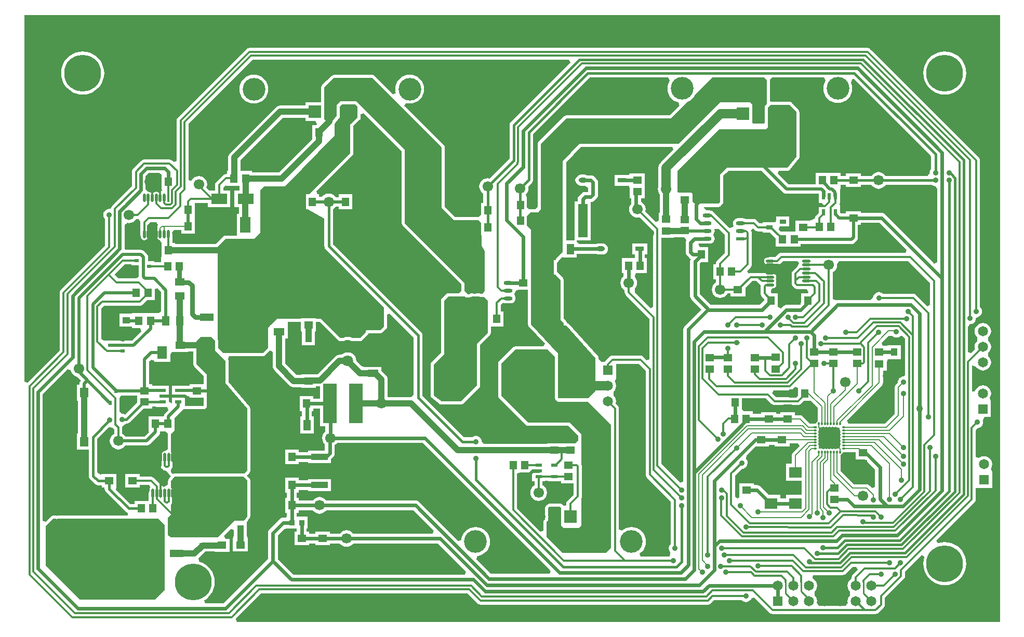
<source format=gtl>
G04 Layer_Physical_Order=1*
G04 Layer_Color=255*
%FSLAX44Y44*%
%MOMM*%
G71*
G01*
G75*
%ADD10C,0.3000*%
%ADD11C,0.6000*%
%ADD12R,3.5500X4.9000*%
%ADD13R,3.4500X3.4500*%
%ADD14O,0.3000X0.6000*%
%ADD15O,0.6000X0.3000*%
%ADD16R,0.6000X0.3000*%
%ADD17R,1.4500X1.1500*%
%ADD18R,1.1000X0.6000*%
%ADD19R,2.0000X1.8000*%
%ADD20R,1.4000X1.2000*%
%ADD21O,1.4000X0.4500*%
%ADD22R,1.4000X0.4500*%
%ADD23R,1.2000X1.4000*%
%ADD24R,1.1500X1.4500*%
%ADD25R,1.4000X0.8000*%
%ADD26O,1.4000X0.8000*%
%ADD27R,1.6000X5.4000*%
%ADD28R,1.4500X0.6000*%
%ADD29O,1.4500X0.6000*%
%ADD30R,0.7000X0.6000*%
%ADD31R,0.6000X0.7000*%
%ADD32R,2.2000X6.4000*%
%ADD33R,1.1000X1.2500*%
%ADD34R,0.9000X0.9000*%
%ADD35R,2.1000X4.0000*%
%ADD36R,0.6000X1.1000*%
%ADD37R,1.1500X1.8000*%
%ADD38R,2.6500X1.7500*%
%ADD39R,0.4500X1.4000*%
%ADD40O,0.4500X1.4000*%
%ADD41R,1.2500X1.1000*%
%ADD42R,2.7500X1.0000*%
%ADD43R,6.1500X5.5500*%
%ADD44R,1.3000X1.6000*%
%ADD45R,1.1000X0.6500*%
%ADD46R,6.4000X5.8000*%
%ADD47R,2.2000X1.2000*%
%ADD48R,1.6000X1.3000*%
%ADD49R,1.6000X2.0000*%
%ADD50R,1.7500X2.6500*%
%ADD51R,4.3000X2.1000*%
%ADD52R,1.4000X1.6000*%
%ADD53R,1.2200X0.9100*%
%ADD54R,0.4500X1.5000*%
%ADD55O,0.4500X1.5000*%
%ADD56R,1.8000X1.2000*%
%ADD57R,1.8000X1.1500*%
%ADD58R,2.1000X4.3000*%
%ADD59R,1.4000X1.3900*%
%ADD60R,4.8600X3.3600*%
%ADD61C,1.8000*%
%ADD62C,1.0000*%
%ADD63C,0.5000*%
%ADD64C,0.4000*%
%ADD65C,0.2000*%
%ADD66C,1.5000*%
%ADD67C,0.8000*%
%ADD68C,3.0000*%
%ADD69C,0.2700*%
%ADD70C,3.7000*%
%ADD71C,2.0000*%
%ADD72R,2.0000X2.0000*%
%ADD73C,1.6500*%
%ADD74R,1.6500X1.6500*%
%ADD75C,1.7000*%
%ADD76R,1.6500X1.6500*%
%ADD77R,2.6000X2.6000*%
%ADD78C,2.6000*%
%ADD79R,1.8000X1.8000*%
%ADD80C,1.8000*%
%ADD81C,6.0000*%
%ADD82C,0.9000*%
%ADD83C,1.1000*%
G36*
X2061159Y386848D02*
X2063500Y386382D01*
X2063696Y386421D01*
X2066952Y384992D01*
X2066992Y384952D01*
X2068421Y381696D01*
X2068383Y381500D01*
X2068848Y379159D01*
X2068954Y379000D01*
X2068848Y378841D01*
X2068383Y376500D01*
X2068848Y374159D01*
X2068954Y374000D01*
X2068848Y373841D01*
X2068383Y371500D01*
X2068848Y369159D01*
X2068954Y369000D01*
X2068848Y368841D01*
X2068383Y366500D01*
X2068848Y364159D01*
X2068954Y364000D01*
X2068848Y363841D01*
X2068383Y361500D01*
X2068848Y359159D01*
X2068954Y359000D01*
X2068848Y358841D01*
X2068383Y356500D01*
X2068619Y355309D01*
X2067344Y353401D01*
X2066599Y352656D01*
X2064957Y351558D01*
X2063689Y351580D01*
X2063500Y351618D01*
X2061159Y351152D01*
X2061000Y351046D01*
X2060841Y351152D01*
X2058500Y351618D01*
X2056159Y351152D01*
X2056000Y351046D01*
X2055841Y351152D01*
X2053500Y351618D01*
X2051159Y351152D01*
X2051000Y351046D01*
X2050841Y351152D01*
X2048500Y351618D01*
X2046159Y351152D01*
X2046000Y351046D01*
X2045841Y351152D01*
X2043500Y351618D01*
X2041159Y351152D01*
X2041000Y351046D01*
X2040841Y351152D01*
X2038500Y351618D01*
X2037309Y351381D01*
X2035401Y352656D01*
X2034656Y353401D01*
X2033381Y355309D01*
X2033618Y356500D01*
X2033152Y358841D01*
X2033046Y359000D01*
X2033152Y359159D01*
X2033618Y361500D01*
X2033152Y363841D01*
X2033046Y364000D01*
X2033152Y364159D01*
X2033618Y366500D01*
X2033152Y368841D01*
X2033046Y369000D01*
X2033152Y369159D01*
X2033618Y371500D01*
X2033152Y373841D01*
X2033046Y374000D01*
X2033152Y374159D01*
X2033618Y376500D01*
X2033152Y378841D01*
X2033046Y379000D01*
X2033152Y379159D01*
X2033618Y381500D01*
X2033381Y382691D01*
X2034656Y384599D01*
X2035401Y385344D01*
X2037043Y386442D01*
X2038311Y386420D01*
X2038500Y386382D01*
X2040841Y386848D01*
X2041000Y386954D01*
X2041159Y386848D01*
X2043500Y386382D01*
X2045841Y386848D01*
X2046000Y386954D01*
X2046159Y386848D01*
X2048500Y386382D01*
X2050841Y386848D01*
X2051000Y386954D01*
X2051159Y386848D01*
X2053500Y386382D01*
X2055841Y386848D01*
X2056000Y386954D01*
X2056159Y386848D01*
X2058500Y386382D01*
X2060841Y386848D01*
X2061000Y386954D01*
X2061159Y386848D01*
D02*
G37*
G36*
X1956682Y424364D02*
X1958040Y423322D01*
X1959621Y422667D01*
X1961318Y422444D01*
X1999750D01*
X2001447Y422667D01*
X2003028Y423322D01*
X2004386Y424364D01*
X2009272Y429250D01*
X2020598D01*
X2032382Y417466D01*
Y396356D01*
X2032021Y395759D01*
X2027500Y392618D01*
X2019034D01*
X2007326Y404326D01*
X2005341Y405652D01*
X2003000Y406118D01*
X1995000D01*
Y411000D01*
X1971000D01*
Y408069D01*
X1964000D01*
Y411000D01*
X1940000D01*
Y408069D01*
X1926250D01*
Y412250D01*
X1911861D01*
X1908000Y415000D01*
Y433444D01*
X1947602D01*
X1956682Y424364D01*
D02*
G37*
G36*
X923000Y426985D02*
X903087Y407071D01*
X902791Y407298D01*
X900480Y408255D01*
X898000Y408582D01*
X893970Y412695D01*
Y433722D01*
X894993Y435625D01*
X896792Y437780D01*
X897909Y438435D01*
X923000D01*
Y426985D01*
D02*
G37*
G36*
X882749Y385954D02*
X882815Y385913D01*
X885444Y383284D01*
Y375897D01*
X885192Y375792D01*
X882372Y373628D01*
X880208Y370808D01*
X878848Y367524D01*
X878383Y364000D01*
X878848Y360476D01*
X880208Y357192D01*
X882372Y354372D01*
X885192Y352208D01*
X888476Y350848D01*
X892000Y350384D01*
X895524Y350848D01*
X898808Y352208D01*
X901628Y354372D01*
X903212Y356435D01*
X938000D01*
X939958Y356693D01*
X941782Y357449D01*
X943349Y358651D01*
X957849Y373151D01*
X957849Y373151D01*
X959051Y374718D01*
X959807Y376542D01*
X960065Y378500D01*
Y379750D01*
X969147D01*
X970009Y379168D01*
X972902Y375000D01*
Y351135D01*
X972196Y350239D01*
X967902Y347573D01*
X967750Y347603D01*
X965702Y347195D01*
X963965Y346035D01*
X962805Y344298D01*
X962397Y342250D01*
Y340701D01*
X962072Y340278D01*
X961417Y338697D01*
X961194Y337000D01*
Y326925D01*
X961194Y326746D01*
X961174Y324250D01*
X961466Y322038D01*
X962144Y320408D01*
X962144Y320407D01*
X962589Y319828D01*
X963186Y319049D01*
X964799Y317436D01*
X965478Y316915D01*
X966157Y316394D01*
X966158Y316394D01*
X967738Y315739D01*
X967775Y315734D01*
X967788Y315716D01*
X970000Y315424D01*
X973427Y311844D01*
X974395Y310395D01*
X977891Y306899D01*
X977937Y306643D01*
X973862Y300977D01*
X973617Y300441D01*
X973290Y299951D01*
X973209Y299544D01*
X973037Y299167D01*
X973017Y298578D01*
X972902Y298000D01*
Y293135D01*
X972196Y292239D01*
X967902Y289573D01*
X967750Y289603D01*
X966306Y289316D01*
X965131Y289535D01*
X961083Y291947D01*
X960428Y293528D01*
X959386Y294886D01*
X950636Y303636D01*
X949278Y304678D01*
X947697Y305333D01*
X946000Y305556D01*
X927000D01*
Y310000D01*
X903000D01*
Y288000D01*
X927000D01*
Y292444D01*
X942064D01*
X944046Y288803D01*
X944371Y287894D01*
X943305Y286298D01*
X942897Y284250D01*
Y282701D01*
X942572Y282278D01*
X941917Y280697D01*
X941694Y279000D01*
Y266250D01*
X918750D01*
Y261060D01*
X911925D01*
X887824Y285161D01*
X889000Y288000D01*
X889000D01*
Y310000D01*
X865000D01*
Y310000D01*
X862709Y309077D01*
X858060Y312553D01*
Y367661D01*
X876730Y386330D01*
X876744Y386336D01*
X878042Y386589D01*
X882749Y385954D01*
D02*
G37*
G36*
X2002112Y355763D02*
X1991424Y345076D01*
X1990098Y343091D01*
X1989633Y340750D01*
Y327150D01*
X1980750D01*
Y299150D01*
X2006133D01*
Y276350D01*
X1980750D01*
Y270419D01*
X1970750D01*
Y276350D01*
X1952161D01*
X1938806Y289706D01*
X1937135Y290988D01*
X1935188Y291794D01*
X1933100Y292069D01*
X1928000D01*
Y295000D01*
X1904000D01*
Y273000D01*
X1901972Y270510D01*
X1897556Y273015D01*
Y308034D01*
X1908226Y318704D01*
X1908500Y318668D01*
X1910980Y318995D01*
X1913291Y319952D01*
X1915275Y321475D01*
X1916798Y323459D01*
X1917755Y325770D01*
X1918082Y328250D01*
X1917755Y330730D01*
X1916798Y333041D01*
X1915275Y335025D01*
X1916401Y340464D01*
X1930937Y355000D01*
X1952000D01*
Y357931D01*
X1962000D01*
Y355000D01*
X1986000D01*
Y360382D01*
X2000198D01*
X2002112Y355763D01*
D02*
G37*
G36*
X953500Y419500D02*
X971731D01*
X973802Y414500D01*
X968472Y409170D01*
X967270Y407603D01*
X966514Y405779D01*
X966313Y404250D01*
X941750D01*
Y379750D01*
X941750D01*
X942131Y378829D01*
X934867Y371565D01*
X903212D01*
X901628Y373628D01*
X898808Y375792D01*
X898556Y375897D01*
Y386000D01*
X900049Y388906D01*
X902325Y390509D01*
X902791Y390702D01*
X904404Y391940D01*
X905000D01*
X906827Y392180D01*
X908530Y392886D01*
X909993Y394007D01*
X932985Y417000D01*
X947000D01*
Y420440D01*
X953500D01*
Y419500D01*
D02*
G37*
G36*
X1999750Y450407D02*
Y438272D01*
X1997034Y435556D01*
X1964033D01*
X1957896Y441694D01*
X1959967Y446694D01*
X1986250D01*
X1987947Y446917D01*
X1989528Y447572D01*
X1990886Y448614D01*
X1994750Y452478D01*
X1999750Y450407D01*
D02*
G37*
G36*
X2328902Y69098D02*
X1085441D01*
X1083370Y74098D01*
X1124715Y115443D01*
X1461286D01*
X1477614Y99114D01*
X1478972Y98072D01*
X1480553Y97417D01*
X1482250Y97194D01*
X1853250D01*
X1854947Y97417D01*
X1856528Y98072D01*
X1857886Y99114D01*
X1863216Y104444D01*
X1908056D01*
X1908224Y104225D01*
X1910209Y102702D01*
X1912520Y101745D01*
X1915000Y101418D01*
X1917480Y101745D01*
X1919791Y102702D01*
X1921775Y104225D01*
X1923298Y106209D01*
X1923562Y106846D01*
X1927951Y108298D01*
X1929259Y108219D01*
X1953614Y83864D01*
X1954972Y82822D01*
X1956553Y82167D01*
X1958250Y81944D01*
X2126250D01*
X2127947Y82167D01*
X2129528Y82822D01*
X2130886Y83864D01*
X2139636Y92614D01*
X2140678Y93972D01*
X2141333Y95553D01*
X2141556Y97250D01*
Y108284D01*
X2172386Y139114D01*
X2173428Y140472D01*
X2174083Y142053D01*
X2174306Y143750D01*
Y150807D01*
X2201506Y178006D01*
X2205745Y175174D01*
X2205610Y174849D01*
X2204324Y169492D01*
X2203892Y164000D01*
X2204324Y158508D01*
X2205610Y153151D01*
X2207718Y148061D01*
X2210597Y143364D01*
X2214175Y139175D01*
X2218364Y135597D01*
X2223061Y132718D01*
X2228151Y130610D01*
X2233508Y129324D01*
X2239000Y128892D01*
X2244492Y129324D01*
X2249849Y130610D01*
X2254939Y132718D01*
X2259636Y135597D01*
X2263825Y139175D01*
X2267403Y143364D01*
X2270282Y148061D01*
X2272390Y153151D01*
X2273676Y158508D01*
X2274108Y164000D01*
X2273676Y169492D01*
X2272390Y174849D01*
X2270282Y179939D01*
X2267403Y184636D01*
X2263825Y188825D01*
X2259636Y192403D01*
X2254939Y195282D01*
X2249849Y197390D01*
X2244492Y198676D01*
X2239000Y199108D01*
X2233508Y198676D01*
X2228151Y197390D01*
X2227826Y197255D01*
X2224994Y201494D01*
X2287636Y264136D01*
X2288678Y265494D01*
X2289333Y267075D01*
X2289556Y268772D01*
Y282430D01*
X2289750Y287350D01*
X2294556Y287350D01*
X2316250D01*
Y313850D01*
X2316250D01*
X2314215Y318850D01*
X2314574Y319318D01*
X2315909Y322541D01*
X2316364Y326000D01*
X2315909Y329459D01*
X2314574Y332682D01*
X2312450Y335450D01*
X2309682Y337574D01*
X2306459Y338909D01*
X2303000Y339364D01*
X2299541Y338909D01*
X2296318Y337574D01*
X2294556Y336222D01*
X2291106Y337291D01*
X2289556Y338458D01*
Y380873D01*
X2292000Y384918D01*
X2294480Y385244D01*
X2296791Y386202D01*
X2298775Y387724D01*
X2300298Y389709D01*
X2301255Y392020D01*
X2301582Y394500D01*
X2301255Y396980D01*
X2300854Y397950D01*
X2302586Y401687D01*
X2303793Y402950D01*
X2314250D01*
Y429450D01*
X2314250D01*
X2312215Y434450D01*
X2312574Y434918D01*
X2313909Y438141D01*
X2314364Y441600D01*
X2313909Y445059D01*
X2312574Y448282D01*
X2310450Y451050D01*
X2307682Y453174D01*
X2304459Y454509D01*
X2301000Y454964D01*
X2297541Y454509D01*
X2294318Y453174D01*
X2291550Y451050D01*
X2289426Y448282D01*
X2288091Y445059D01*
X2288056Y444793D01*
X2283056Y445121D01*
Y486809D01*
X2283485Y486995D01*
X2289426Y485718D01*
X2291550Y482950D01*
X2294318Y480826D01*
X2297541Y479491D01*
X2301000Y479036D01*
X2304459Y479491D01*
X2307682Y480826D01*
X2310450Y482950D01*
X2312574Y485718D01*
X2313909Y488941D01*
X2314364Y492400D01*
X2313909Y495859D01*
X2312574Y499082D01*
X2310450Y501850D01*
X2310126Y502099D01*
Y508101D01*
X2310450Y508350D01*
X2312574Y511118D01*
X2313909Y514341D01*
X2314364Y517800D01*
X2313909Y521259D01*
X2312574Y524482D01*
X2310450Y527250D01*
X2310126Y527499D01*
Y533501D01*
X2310450Y533750D01*
X2312574Y536518D01*
X2313909Y539741D01*
X2314364Y543200D01*
X2313909Y546659D01*
X2312574Y549882D01*
X2310450Y552650D01*
X2307682Y554774D01*
X2304459Y556109D01*
X2301000Y556564D01*
X2297541Y556109D01*
X2294318Y554774D01*
X2291550Y552650D01*
X2289426Y549882D01*
X2288091Y546659D01*
X2287636Y543200D01*
X2288091Y539741D01*
X2289426Y536518D01*
X2291550Y533750D01*
X2291874Y533501D01*
Y527499D01*
X2291550Y527250D01*
X2289426Y524482D01*
X2288091Y521259D01*
X2287636Y517800D01*
X2288091Y514341D01*
X2288143Y514215D01*
X2281430Y507501D01*
X2276810Y509415D01*
Y550070D01*
X2280000Y554668D01*
X2282480Y554995D01*
X2284791Y555952D01*
X2286776Y557475D01*
X2288298Y559459D01*
X2289256Y561770D01*
X2289717Y564343D01*
X2292480Y566245D01*
X2294791Y567202D01*
X2296775Y568725D01*
X2298298Y570709D01*
X2299255Y573020D01*
X2299582Y575500D01*
X2299255Y577980D01*
X2298298Y580291D01*
X2296775Y582275D01*
X2296556Y582444D01*
Y821750D01*
X2296333Y823447D01*
X2295678Y825028D01*
X2294636Y826386D01*
X2117886Y1003136D01*
X2116528Y1004178D01*
X2114947Y1004833D01*
X2113250Y1005056D01*
X1105500D01*
X1103803Y1004833D01*
X1102222Y1004178D01*
X1100864Y1003136D01*
X989114Y891386D01*
X988072Y890028D01*
X987417Y888447D01*
X987194Y886750D01*
Y820611D01*
X982574Y818697D01*
X980136Y821136D01*
X978778Y822178D01*
X977197Y822833D01*
X975500Y823056D01*
X934250D01*
X932553Y822833D01*
X930972Y822178D01*
X929614Y821136D01*
X916364Y807886D01*
X915322Y806528D01*
X914667Y804947D01*
X914444Y803250D01*
Y779716D01*
X881864Y747136D01*
X880822Y745778D01*
X880167Y744197D01*
X879570Y742510D01*
X877000Y742582D01*
X874520Y742255D01*
X872209Y741298D01*
X870225Y739775D01*
X868702Y737791D01*
X867745Y735480D01*
X867418Y733000D01*
X867745Y730520D01*
X868702Y728209D01*
X870225Y726225D01*
X870444Y726056D01*
Y682716D01*
X798364Y610636D01*
X797322Y609278D01*
X796667Y607697D01*
X796444Y606000D01*
Y511466D01*
X744098Y459119D01*
X739468Y460735D01*
X739098Y461045D01*
Y1058902D01*
X2328902D01*
Y69098D01*
D02*
G37*
G36*
X1014700Y488702D02*
X1015089Y486751D01*
X1016194Y485097D01*
X1030902Y470388D01*
Y457000D01*
X1008000D01*
Y453815D01*
X1000500D01*
Y454500D01*
X979500D01*
Y438500D01*
X979500D01*
Y435500D01*
X979500D01*
Y425610D01*
X979500Y425610D01*
X974500Y428283D01*
Y435500D01*
X974500D01*
Y438500D01*
X974500D01*
Y454500D01*
X953500D01*
Y453815D01*
X947000D01*
Y457000D01*
X942565D01*
Y493704D01*
X946348Y496804D01*
X950750Y494981D01*
Y493000D01*
X976750D01*
Y505243D01*
X979750Y509000D01*
X1005750D01*
Y510414D01*
X1014700D01*
Y488702D01*
D02*
G37*
G36*
X1008000Y435997D02*
Y435000D01*
X1030902D01*
Y421112D01*
X1030888Y421098D01*
X1000500D01*
Y433717D01*
X1004861Y437043D01*
X1008000Y435997D01*
D02*
G37*
G36*
X1457084Y599736D02*
X1457265Y599590D01*
X1457395Y599395D01*
X1458033Y598969D01*
X1458631Y598486D01*
X1458855Y598420D01*
X1459049Y598290D01*
X1459802Y598140D01*
X1460538Y597923D01*
X1460771Y597948D01*
X1461000Y597902D01*
X1463634D01*
X1464288Y598032D01*
X1464954Y598076D01*
X1465255Y598224D01*
X1465585Y598290D01*
X1466140Y598661D01*
X1466738Y598955D01*
X1467036Y599185D01*
X1467742Y599477D01*
X1468834Y599621D01*
X1470107D01*
X1470139Y599607D01*
X1472750Y599264D01*
X1475361Y599607D01*
X1475394Y599621D01*
X1480350D01*
X1480390Y599629D01*
X1482844Y599306D01*
X1483582Y599000D01*
X1483939Y598929D01*
X1484267Y598772D01*
X1484906Y598737D01*
X1485533Y598612D01*
X1485890Y598683D01*
X1486254Y598664D01*
X1486857Y598876D01*
X1487484Y599000D01*
X1487787Y599203D01*
X1488130Y599324D01*
X1488547Y599300D01*
X1494000Y593182D01*
Y540182D01*
X1476750Y522932D01*
Y454750D01*
X1450348Y428348D01*
X1419000D01*
X1406000Y438348D01*
Y489000D01*
X1423182Y506182D01*
Y593182D01*
X1430000Y600000D01*
X1456864D01*
X1457084Y599736D01*
D02*
G37*
G36*
X1141688Y510892D02*
X1143914Y509574D01*
Y486000D01*
X1144257Y483390D01*
X1145265Y480957D01*
X1146868Y478868D01*
X1170868Y454868D01*
X1172957Y453265D01*
X1175389Y452257D01*
X1178000Y451914D01*
X1190000D01*
Y451000D01*
X1214000D01*
Y452914D01*
X1220686D01*
X1221000Y452639D01*
Y433069D01*
X1210000D01*
Y437000D01*
X1188000D01*
Y413000D01*
X1191306D01*
Y404000D01*
X1189000D01*
Y376000D01*
X1210500D01*
Y404000D01*
X1207444D01*
Y413000D01*
X1210000D01*
Y416931D01*
X1221000D01*
Y388000D01*
X1229431D01*
Y379441D01*
X1228372Y378628D01*
X1226208Y375808D01*
X1224847Y372524D01*
X1224383Y369000D01*
X1224847Y365476D01*
X1226208Y362192D01*
X1228372Y359372D01*
X1228592Y359203D01*
Y347900D01*
X1201250D01*
Y346019D01*
X1186000D01*
Y350000D01*
X1164000D01*
Y326000D01*
X1186000D01*
Y329881D01*
X1201250D01*
Y327900D01*
X1238750D01*
Y334436D01*
X1242366Y338052D01*
X1243649Y339723D01*
X1244455Y341670D01*
X1244730Y343758D01*
Y357175D01*
X1244808Y357208D01*
X1247628Y359372D01*
X1248825Y360931D01*
X1388408D01*
X1597150Y152188D01*
X1595237Y147569D01*
X1499342D01*
X1475446Y171465D01*
X1477310Y176673D01*
X1479007Y176840D01*
X1483437Y178184D01*
X1487519Y180366D01*
X1491097Y183303D01*
X1494034Y186881D01*
X1496216Y190963D01*
X1497560Y195393D01*
X1498014Y200000D01*
X1497560Y204607D01*
X1496216Y209037D01*
X1494034Y213119D01*
X1491097Y216697D01*
X1487519Y219634D01*
X1483437Y221816D01*
X1479007Y223160D01*
X1474400Y223614D01*
X1469793Y223160D01*
X1465363Y221816D01*
X1461281Y219634D01*
X1457703Y216697D01*
X1454766Y213119D01*
X1452584Y209037D01*
X1451240Y204607D01*
X1451073Y202910D01*
X1445865Y201046D01*
X1382206Y264706D01*
X1380535Y265988D01*
X1378588Y266794D01*
X1376500Y267069D01*
X1230825D01*
X1229628Y268628D01*
X1226808Y270792D01*
X1223524Y272153D01*
X1220000Y272616D01*
X1216476Y272153D01*
X1213192Y270792D01*
X1210372Y268628D01*
X1209175Y267069D01*
X1186000D01*
Y271000D01*
X1183069D01*
Y280000D01*
X1186000D01*
Y284031D01*
X1201250D01*
Y282100D01*
X1238750D01*
Y302100D01*
X1201250D01*
Y300169D01*
X1186000D01*
Y304000D01*
X1164000D01*
Y280000D01*
X1166931D01*
Y271000D01*
X1164000D01*
Y247000D01*
X1166931D01*
Y240500D01*
X1165500D01*
Y239069D01*
X1161000D01*
X1158912Y238794D01*
X1156965Y237988D01*
X1155294Y236706D01*
X1138294Y219706D01*
X1137012Y218034D01*
X1136206Y216088D01*
X1135931Y214000D01*
Y171342D01*
X1063658Y99069D01*
X1033553D01*
X1032143Y104069D01*
X1034636Y105597D01*
X1038825Y109175D01*
X1042403Y113364D01*
X1045282Y118061D01*
X1047390Y123151D01*
X1048676Y128508D01*
X1049108Y134000D01*
X1048676Y139492D01*
X1047390Y144849D01*
X1045282Y149939D01*
X1042403Y154636D01*
X1038825Y158825D01*
X1034636Y162403D01*
X1029939Y165282D01*
X1024849Y167390D01*
X1023972Y167600D01*
X1023001Y172976D01*
X1023382Y173268D01*
X1033778Y183664D01*
X1048750D01*
Y183250D01*
X1073250D01*
Y204750D01*
X1066492D01*
X1064579Y209369D01*
X1075881Y220671D01*
X1080500Y218758D01*
Y209500D01*
X1080500Y209500D01*
X1078750Y205250D01*
X1078750Y205250D01*
X1078750Y205225D01*
Y183750D01*
X1103250D01*
Y205225D01*
X1103250Y205250D01*
X1103250Y205250D01*
X1101500Y209500D01*
X1101500Y209500D01*
Y231529D01*
X1106148Y238037D01*
X1106387Y238566D01*
X1106710Y239049D01*
X1106793Y239464D01*
X1106966Y239850D01*
X1106985Y240430D01*
X1107098Y241000D01*
Y251000D01*
Y300000D01*
X1106710Y301951D01*
X1105605Y303605D01*
X1101635Y307575D01*
X1105605Y311545D01*
X1106710Y313199D01*
X1107098Y315150D01*
X1107098Y416965D01*
X1106943Y417747D01*
X1106850Y418538D01*
X1106750Y418716D01*
X1106710Y418916D01*
X1106267Y419579D01*
X1105879Y420274D01*
X1072098Y459879D01*
Y494598D01*
X1071710Y496549D01*
X1071260Y497222D01*
X1072904Y502222D01*
X1127590D01*
X1129541Y502610D01*
X1131195Y503715D01*
X1138914Y511434D01*
X1141688Y510892D01*
D02*
G37*
G36*
X1102000Y300000D02*
Y251000D01*
Y241000D01*
X1097000Y234000D01*
X1082000D01*
X1054500Y206500D01*
X978035Y206500D01*
X973098Y210690D01*
Y227556D01*
X973068Y227705D01*
X973089Y227855D01*
X973000Y228197D01*
Y239307D01*
X978000Y244307D01*
Y256864D01*
Y260236D01*
X978814Y261049D01*
X979856Y262407D01*
X980035Y262840D01*
X980068Y262920D01*
X980306Y263492D01*
X980534Y264038D01*
X980534Y264038D01*
X980688Y265204D01*
X980826Y266250D01*
X980806D01*
Y279000D01*
X980583Y280697D01*
X979928Y282278D01*
X979603Y282701D01*
Y284250D01*
X979195Y286298D01*
X978035Y288035D01*
X978000Y288058D01*
Y298000D01*
X983755Y306000D01*
X1096000D01*
X1102000Y300000D01*
D02*
G37*
G36*
X1603902Y501098D02*
Y434000D01*
X1604290Y432049D01*
X1604520Y431705D01*
Y431400D01*
X1604724D01*
X1605395Y430395D01*
X1607049Y429290D01*
X1607874Y429126D01*
X1609000Y428000D01*
X1657750D01*
X1694750Y391000D01*
X1694750Y189750D01*
X1686750Y181750D01*
X1616250Y181750D01*
X1590000Y208000D01*
X1590000Y231977D01*
X1590103Y232103D01*
X1593000Y235000D01*
Y240263D01*
X1593073Y241000D01*
X1593000Y241737D01*
X1593000Y255000D01*
X1595000Y257000D01*
X1612000Y257000D01*
X1613800Y254600D01*
Y226000D01*
X1614000D01*
X1614000Y226000D01*
X1618000Y222000D01*
X1643000Y222000D01*
X1647000Y226000D01*
X1647000Y271500D01*
X1647333Y272303D01*
X1647556Y274000D01*
Y323000D01*
X1647333Y324697D01*
X1647000Y325500D01*
X1647000Y375000D01*
X1628000Y394000D01*
X1560000D01*
X1516000Y438000D01*
Y490000D01*
X1539000Y513000D01*
X1592000D01*
X1603902Y501098D01*
D02*
G37*
G36*
X968000Y227556D02*
X968000Y121000D01*
X952000Y105000D01*
X830000Y105000D01*
X774000Y161000D01*
X774000Y225000D01*
X786000Y237000D01*
X791116D01*
X792000Y236913D01*
X792884Y237000D01*
X957375D01*
X968000Y227556D01*
D02*
G37*
G36*
X2096803Y154325D02*
X2089164Y146686D01*
X2088122Y145328D01*
X2087467Y143747D01*
X2087244Y142050D01*
Y140026D01*
X2087118Y139974D01*
X2084350Y137850D01*
X2082226Y135082D01*
X2080891Y131859D01*
X2080436Y128400D01*
X2080891Y124941D01*
X2082226Y121718D01*
X2084350Y118950D01*
X2084674Y118701D01*
Y112699D01*
X2084350Y112450D01*
X2082226Y109682D01*
X2080891Y106459D01*
X2080436Y103000D01*
X2080823Y100056D01*
X2080653Y99241D01*
X2077337Y95056D01*
X2034063D01*
X2030747Y99241D01*
X2030577Y100056D01*
X2030964Y103000D01*
X2030509Y106459D01*
X2029174Y109682D01*
X2027050Y112450D01*
X2026726Y112699D01*
Y118701D01*
X2027050Y118950D01*
X2029174Y121718D01*
X2030509Y124941D01*
X2030964Y128400D01*
X2030509Y131859D01*
X2029174Y135082D01*
X2027050Y137850D01*
X2024282Y139974D01*
X2023147Y140444D01*
X2024142Y145444D01*
X2073000D01*
X2074697Y145667D01*
X2076278Y146322D01*
X2077636Y147364D01*
X2089216Y158944D01*
X2094890D01*
X2096803Y154325D01*
D02*
G37*
G36*
X1182931Y216000D02*
X1179000D01*
Y194000D01*
X1203000D01*
Y196931D01*
X1213000D01*
Y194000D01*
X1237000D01*
Y196931D01*
X1253175D01*
X1254372Y195372D01*
X1257192Y193208D01*
X1260476Y191847D01*
X1264000Y191383D01*
X1267524Y191847D01*
X1270808Y193208D01*
X1273628Y195372D01*
X1274825Y196931D01*
X1412908D01*
X1459150Y150688D01*
X1457237Y146069D01*
X1177342D01*
X1152069Y171342D01*
Y210658D01*
X1161206Y219795D01*
X1165500Y221500D01*
Y221500D01*
X1182931D01*
Y216000D01*
D02*
G37*
G36*
X1751694Y478534D02*
Y309000D01*
X1751917Y307303D01*
X1752572Y305722D01*
X1753614Y304364D01*
X1792444Y265534D01*
Y195944D01*
X1792225Y195776D01*
X1790702Y193791D01*
X1789745Y191480D01*
X1789418Y189000D01*
X1789745Y186520D01*
X1790702Y184209D01*
X1791817Y182755D01*
X1791785Y180141D01*
X1791070Y176808D01*
X1789724Y175775D01*
X1789556Y175556D01*
X1743679D01*
X1741731Y179978D01*
X1741751Y180556D01*
X1745097Y183303D01*
X1748034Y186881D01*
X1750216Y190963D01*
X1751560Y195393D01*
X1752014Y200000D01*
X1751560Y204607D01*
X1750216Y209037D01*
X1748034Y213119D01*
X1745097Y216697D01*
X1741519Y219634D01*
X1737437Y221816D01*
X1733007Y223160D01*
X1728400Y223614D01*
X1723793Y223160D01*
X1719364Y221816D01*
X1715281Y219634D01*
X1713056Y217808D01*
X1708646Y219454D01*
X1708056Y219986D01*
Y417100D01*
X1707833Y418797D01*
X1707178Y420378D01*
X1706136Y421736D01*
X1702857Y425015D01*
X1702909Y425141D01*
X1703364Y428600D01*
X1702909Y432059D01*
X1701574Y435282D01*
X1699450Y438050D01*
X1699126Y438299D01*
Y444301D01*
X1699450Y444550D01*
X1701574Y447318D01*
X1702909Y450541D01*
X1703364Y454000D01*
X1702909Y457459D01*
X1701574Y460682D01*
X1701215Y461150D01*
X1703250Y466150D01*
X1703250D01*
Y489944D01*
X1740284D01*
X1751694Y478534D01*
D02*
G37*
G36*
X2094000Y334000D02*
X2109074D01*
X2125150Y317924D01*
Y289035D01*
X2120530Y287121D01*
X2116076Y291576D01*
X2114091Y292902D01*
X2111750Y293368D01*
X2091584D01*
X2069617Y315334D01*
Y341644D01*
X2069979Y342242D01*
X2074500Y345382D01*
X2094000D01*
Y334000D01*
D02*
G37*
G36*
X1803000Y696000D02*
X1814749D01*
X1816205Y694217D01*
X1817575Y691000D01*
X1817191Y690074D01*
X1816916Y687985D01*
Y672015D01*
X1817191Y669926D01*
X1817997Y667980D01*
X1819280Y666309D01*
X1823294Y662294D01*
X1824966Y661012D01*
X1824997Y660999D01*
X1824206Y659088D01*
X1823931Y657000D01*
Y600272D01*
X1824206Y598184D01*
X1825012Y596238D01*
X1826294Y594566D01*
X1837430Y583430D01*
X1842225Y578636D01*
X1815294Y551706D01*
X1814012Y550034D01*
X1813206Y548088D01*
X1812931Y546000D01*
Y298489D01*
X1812227Y297370D01*
X1807931Y295591D01*
X1776806Y326716D01*
Y695750D01*
X1797250D01*
Y696664D01*
X1803000D01*
Y696000D01*
D02*
G37*
G36*
X1050000Y527000D02*
Y511598D01*
X1067000Y494598D01*
Y458000D01*
X1102000Y416965D01*
X1102000Y315150D01*
X1097625Y310775D01*
X1096000Y311098D01*
X983755D01*
X983348Y311017D01*
X982934Y311031D01*
X982382Y310825D01*
X981804Y310710D01*
X981496Y310504D01*
X978000Y314000D01*
Y318236D01*
X978814Y319049D01*
X979856Y320407D01*
X980035Y320840D01*
X980068Y320920D01*
X980306Y321492D01*
X980534Y322038D01*
X980534Y322038D01*
X980688Y323204D01*
X980826Y324250D01*
X980806D01*
Y337000D01*
X980583Y338697D01*
X979928Y340278D01*
X979603Y340701D01*
Y342250D01*
X979195Y344298D01*
X978035Y346035D01*
X978000Y346058D01*
Y375000D01*
X982750Y379750D01*
X983250D01*
Y380250D01*
X984000Y381000D01*
Y402000D01*
X998000Y416000D01*
X1033000D01*
X1036000Y419000D01*
Y472500D01*
X1019798Y488702D01*
Y527000D01*
X1026000Y534000D01*
X1044000D01*
X1050000Y527000D01*
D02*
G37*
G36*
X814744Y479262D02*
X814847Y478476D01*
X816208Y475192D01*
X818372Y472372D01*
X821192Y470208D01*
X824476Y468848D01*
X825027Y468775D01*
X831065Y462737D01*
X829949Y461282D01*
X829193Y459458D01*
X828935Y457500D01*
Y456000D01*
X824500D01*
Y430000D01*
X826414D01*
Y376000D01*
X824500D01*
Y350000D01*
X843940D01*
Y307000D01*
X844180Y305173D01*
X844885Y303470D01*
X846008Y302008D01*
X854008Y294007D01*
X855470Y292885D01*
X857173Y292180D01*
X859000Y291940D01*
X865000D01*
Y288000D01*
X869940D01*
Y286000D01*
X870180Y284173D01*
X870886Y282470D01*
X872008Y281007D01*
X904008Y249007D01*
X905470Y247885D01*
X907173Y247180D01*
X907797Y247098D01*
X907470Y242098D01*
X792884D01*
X792636Y242049D01*
X792384Y242073D01*
X792000Y242036D01*
X791616Y242073D01*
X791364Y242049D01*
X791116Y242098D01*
X786000D01*
X784049Y241710D01*
X782395Y240605D01*
X774069Y232279D01*
X769069Y234350D01*
Y440658D01*
X809465Y481054D01*
X814744Y479262D01*
D02*
G37*
G36*
X1406400Y217688D02*
X1404487Y213069D01*
X1274825D01*
X1273628Y214628D01*
X1270808Y216792D01*
X1267524Y218153D01*
X1264000Y218617D01*
X1260476Y218153D01*
X1257192Y216792D01*
X1254372Y214628D01*
X1253175Y213069D01*
X1237000D01*
Y216000D01*
X1213000D01*
Y213069D01*
X1203000D01*
Y216000D01*
X1199069D01*
Y221500D01*
X1200500D01*
Y240500D01*
X1183069D01*
Y247000D01*
X1186000D01*
Y250931D01*
X1209175D01*
X1210372Y249372D01*
X1213192Y247208D01*
X1216476Y245847D01*
X1220000Y245383D01*
X1223524Y245847D01*
X1226808Y247208D01*
X1229628Y249372D01*
X1230825Y250931D01*
X1373158D01*
X1406400Y217688D01*
D02*
G37*
G36*
X1562018Y312750D02*
X1565250Y312750D01*
X1566500Y308268D01*
Y298000D01*
X1570444D01*
Y291897D01*
X1570192Y291792D01*
X1567372Y289628D01*
X1565208Y286808D01*
X1563848Y283524D01*
X1563383Y280000D01*
X1563848Y276476D01*
X1565208Y273192D01*
X1567372Y270372D01*
X1570192Y268208D01*
X1573476Y266847D01*
X1577000Y266383D01*
X1580524Y266847D01*
X1583808Y268208D01*
X1586628Y270372D01*
X1588792Y273192D01*
X1590152Y276476D01*
X1590616Y280000D01*
X1590152Y283524D01*
X1588792Y286808D01*
X1586628Y289628D01*
X1583808Y291792D01*
X1583556Y291897D01*
Y298000D01*
X1587500D01*
Y299444D01*
X1592500D01*
Y298000D01*
X1613500D01*
X1613750Y295250D01*
X1634444D01*
Y276716D01*
X1624164Y266436D01*
X1623122Y265078D01*
X1622467Y263497D01*
X1622244Y261800D01*
Y259949D01*
X1620353Y258957D01*
X1617244Y258505D01*
X1616078Y260059D01*
X1615807Y260302D01*
X1615605Y260605D01*
X1615074Y260960D01*
X1614597Y261387D01*
X1614254Y261507D01*
X1613951Y261710D01*
X1613324Y261835D01*
X1612721Y262047D01*
X1612357Y262027D01*
X1612000Y262098D01*
X1595000Y262098D01*
X1593049Y261710D01*
X1591395Y260605D01*
X1589395Y258605D01*
X1588290Y256951D01*
X1587902Y255000D01*
X1587902Y241737D01*
X1587951Y241489D01*
X1587927Y241237D01*
X1587950Y241000D01*
X1587927Y240763D01*
X1587951Y240511D01*
X1587902Y240263D01*
Y237112D01*
X1586498Y235708D01*
X1586430Y235605D01*
X1586395Y235582D01*
X1586315Y235463D01*
X1586162Y235337D01*
X1586059Y235211D01*
X1585706Y234551D01*
X1585290Y233928D01*
X1585241Y233680D01*
X1585121Y233457D01*
X1585048Y232712D01*
X1584902Y231977D01*
X1584902Y217903D01*
X1580283Y215989D01*
X1542056Y254216D01*
Y310804D01*
X1547056Y312750D01*
X1562018D01*
D02*
G37*
G36*
X1373544Y533075D02*
Y439354D01*
X1373287Y438741D01*
X1369000Y435086D01*
X1331086D01*
Y464000D01*
X1330743Y466610D01*
X1329735Y469043D01*
X1328132Y471132D01*
X1321000Y478264D01*
Y485000D01*
X1293000D01*
Y485000D01*
X1288546Y486318D01*
X1280099Y494765D01*
X1279640Y498255D01*
X1278229Y501660D01*
X1275985Y504585D01*
X1273060Y506829D01*
X1269655Y508240D01*
X1266000Y508721D01*
X1262345Y508240D01*
X1258940Y506829D01*
X1256015Y504585D01*
X1256006Y504573D01*
X1252173D01*
X1249562Y504229D01*
X1247130Y503221D01*
X1245041Y501618D01*
X1216508Y473086D01*
X1203000D01*
X1202345Y473000D01*
X1190000D01*
Y472086D01*
X1182178D01*
X1164086Y490178D01*
Y531000D01*
X1168000D01*
Y553000D01*
X1168000D01*
X1168236Y557902D01*
X1189750D01*
Y542750D01*
X1191500Y542500D01*
Y520000D01*
X1212500D01*
Y542500D01*
X1214250Y542750D01*
Y557902D01*
X1220888D01*
X1250395Y528395D01*
X1252049Y527290D01*
X1254000Y526902D01*
X1258641D01*
X1259295Y527032D01*
X1259961Y527076D01*
X1260262Y527225D01*
X1260592Y527290D01*
X1261007Y527567D01*
X1263676Y528673D01*
X1266000Y528979D01*
X1268324Y528673D01*
X1270993Y527567D01*
X1271408Y527290D01*
X1271738Y527225D01*
X1272039Y527076D01*
X1272705Y527032D01*
X1273359Y526902D01*
X1286000D01*
X1287951Y527290D01*
X1289605Y528395D01*
X1298605Y537395D01*
X1299710Y539049D01*
X1299880Y539902D01*
X1319000D01*
X1319615Y540024D01*
X1320241Y540055D01*
X1320581Y540216D01*
X1320951Y540290D01*
X1321472Y540639D01*
X1322039Y540907D01*
X1322982Y541607D01*
X1323120Y541760D01*
X1323300Y541863D01*
X1328357Y546288D01*
X1328462Y546425D01*
X1328605Y546520D01*
X1329065Y547209D01*
X1329570Y547865D01*
X1329614Y548031D01*
X1329710Y548174D01*
X1329872Y548986D01*
X1330087Y549786D01*
X1330064Y549956D01*
X1330098Y550125D01*
X1330098Y569989D01*
X1334717Y571902D01*
X1373544Y533075D01*
D02*
G37*
G36*
X1997000Y900583D02*
Y827111D01*
X1983000Y810000D01*
X1885000D01*
X1873000Y799000D01*
X1873000Y754000D01*
X1869902Y750902D01*
X1831098D01*
X1828000Y754000D01*
X1828000Y767000D01*
X1827250Y767750D01*
Y768250D01*
X1826750D01*
X1826000Y769000D01*
X1805000Y769000D01*
X1803000Y771000D01*
Y804000D01*
X1871000Y872000D01*
X1947000D01*
X1950750Y875750D01*
Y907750D01*
X1955500Y912500D01*
X1986000D01*
X1997000Y900583D01*
D02*
G37*
G36*
X963000Y799000D02*
Y775000D01*
X963000D01*
X963710Y773084D01*
X960426Y769035D01*
X957839D01*
X957698Y769093D01*
X956048Y770195D01*
X954000Y770603D01*
X951952Y770195D01*
X950302Y769093D01*
X950161Y769035D01*
X944839D01*
X944698Y769093D01*
X943048Y770195D01*
X941000Y770603D01*
X939634Y771342D01*
X936886Y773868D01*
X936569Y774431D01*
Y796158D01*
X941342Y800931D01*
X958800D01*
X963000Y799000D01*
D02*
G37*
G36*
X1069750Y779750D02*
Y779750D01*
X1089414D01*
Y772750D01*
X1081250D01*
Y745250D01*
X1089164D01*
Y734750D01*
X1085250D01*
Y699098D01*
X1067000D01*
X1065049Y698710D01*
X1063395Y697605D01*
X1050877Y685086D01*
X985000D01*
Y687000D01*
X980056D01*
Y701500D01*
X979852Y703054D01*
X979842Y703214D01*
X981976Y707197D01*
X982966Y708054D01*
X994750D01*
Y702000D01*
X1016750D01*
Y726000D01*
X1016750D01*
Y729000D01*
X1016750D01*
Y752444D01*
X1038250D01*
Y745250D01*
X1074750D01*
Y772750D01*
X1063078D01*
X1063327Y777750D01*
X1067223Y780797D01*
X1069750Y779750D01*
D02*
G37*
G36*
X1790966Y952119D02*
X1788784Y948037D01*
X1787440Y943607D01*
X1786986Y939000D01*
X1787440Y934393D01*
X1788784Y929963D01*
X1790966Y925881D01*
X1793903Y922303D01*
X1797481Y919366D01*
X1801564Y917184D01*
X1804745Y916219D01*
X1806222Y912811D01*
X1806375Y910778D01*
X1790695Y895098D01*
X1622045D01*
X1620094Y894710D01*
X1618441Y893605D01*
X1577395Y852559D01*
X1576290Y850906D01*
X1575902Y848955D01*
X1575902Y745911D01*
X1571840Y741848D01*
X1563750D01*
X1563250Y741749D01*
X1559274Y744051D01*
X1558250Y745102D01*
Y761250D01*
X1558167D01*
X1556470Y766250D01*
X1556628Y766372D01*
X1558792Y769192D01*
X1560152Y772476D01*
X1560616Y776000D01*
X1560194Y779209D01*
X1565992Y785007D01*
X1567115Y786470D01*
X1567820Y788173D01*
X1568060Y790000D01*
Y864762D01*
X1660238Y956940D01*
X1788454D01*
X1790966Y952119D01*
D02*
G37*
G36*
X1353902Y836888D02*
X1353902Y719000D01*
X1354290Y717049D01*
X1355395Y715395D01*
X1403145Y667645D01*
X1403595Y667345D01*
X1403895Y666895D01*
X1450902Y619888D01*
Y609000D01*
X1448539Y606208D01*
X1448044Y605806D01*
X1446741Y605098D01*
X1430000D01*
X1428049Y604710D01*
X1426395Y603605D01*
X1419577Y596787D01*
X1418472Y595133D01*
X1418084Y593182D01*
Y508294D01*
X1402395Y492605D01*
X1401290Y490951D01*
X1400902Y489000D01*
Y438348D01*
X1400967Y438021D01*
X1400945Y437688D01*
X1401159Y437054D01*
X1401290Y436397D01*
X1401475Y436120D01*
X1401582Y435804D01*
X1402023Y435300D01*
X1402395Y434743D01*
X1402672Y434558D01*
X1402892Y434307D01*
X1415892Y424307D01*
X1416492Y424010D01*
X1417049Y423638D01*
X1417376Y423573D01*
X1417675Y423425D01*
X1418343Y423381D01*
X1419000Y423250D01*
X1450348D01*
X1452299Y423638D01*
X1453953Y424743D01*
X1480355Y451145D01*
X1481460Y452799D01*
X1481848Y454750D01*
Y520820D01*
X1497605Y536577D01*
X1498710Y538231D01*
X1499098Y540182D01*
Y551000D01*
X1520000D01*
Y575000D01*
X1515556D01*
Y586038D01*
X1517164Y587747D01*
X1519447Y589463D01*
X1520912Y588856D01*
X1523000Y588581D01*
X1531500D01*
X1533589Y588856D01*
X1535535Y589662D01*
X1537206Y590944D01*
X1538488Y592616D01*
X1539294Y594562D01*
X1539569Y596650D01*
X1539294Y598738D01*
X1538488Y600685D01*
X1537206Y603644D01*
X1538488Y605316D01*
X1539294Y607262D01*
X1539294Y607262D01*
X1539697Y609394D01*
X1544395Y611000D01*
X1559902D01*
Y554364D01*
X1560075Y553494D01*
X1560210Y552619D01*
X1560268Y552523D01*
X1560290Y552413D01*
X1560782Y551676D01*
X1561242Y550919D01*
X1587132Y522675D01*
X1585119Y518098D01*
X1539000D01*
X1537049Y517710D01*
X1535395Y516605D01*
X1512395Y493605D01*
X1511290Y491951D01*
X1510902Y490000D01*
Y438000D01*
X1511290Y436049D01*
X1512395Y434395D01*
X1556395Y390395D01*
X1558049Y389290D01*
X1560000Y388902D01*
X1625888D01*
X1641902Y372888D01*
Y364626D01*
X1636902Y360000D01*
X1617000D01*
Y360000D01*
X1615000Y360000D01*
Y360000D01*
X1591000D01*
Y359086D01*
X1488762D01*
X1484582Y363000D01*
X1484256Y365480D01*
X1483298Y367791D01*
X1481775Y369776D01*
X1479791Y371298D01*
X1477480Y372256D01*
X1475000Y372582D01*
X1472520Y372256D01*
X1470209Y371298D01*
X1468596Y370060D01*
X1455529D01*
X1387665Y437924D01*
Y536000D01*
X1387424Y537827D01*
X1386719Y539530D01*
X1385597Y540992D01*
X1242060Y684529D01*
Y742401D01*
X1244628Y744372D01*
X1246212Y746435D01*
X1251750D01*
Y741750D01*
X1273250D01*
Y766250D01*
X1251750D01*
Y761565D01*
X1246212D01*
X1244628Y763628D01*
X1241808Y765792D01*
X1238524Y767152D01*
X1235000Y767616D01*
X1231476Y767152D01*
X1228192Y765792D01*
X1225372Y763628D01*
X1224250Y762166D01*
X1219250Y762476D01*
Y766250D01*
X1216492D01*
X1214579Y770869D01*
X1273605Y829895D01*
X1274710Y831549D01*
X1275098Y833500D01*
X1275098Y878129D01*
X1285439Y887438D01*
X1285520Y887547D01*
X1285632Y887622D01*
X1286112Y888340D01*
X1286629Y889032D01*
X1286662Y889163D01*
X1286738Y889276D01*
X1286906Y890123D01*
X1287119Y890960D01*
X1287099Y891094D01*
X1287126Y891227D01*
Y897132D01*
X1291745Y899045D01*
X1353902Y836888D01*
D02*
G37*
G36*
X1949000Y953000D02*
X1949000Y914000D01*
X1946000Y910000D01*
Y909499D01*
X1945652Y907750D01*
Y883632D01*
X1943946Y881827D01*
X1926974Y881974D01*
X1925200Y883748D01*
Y913000D01*
X1925000D01*
Y913000D01*
X1922000Y916000D01*
X1873000Y916000D01*
X1805955Y848955D01*
X1643511D01*
X1616699Y819896D01*
Y672699D01*
X1605000Y661000D01*
Y659000D01*
X1602000D01*
Y635000D01*
X1605000D01*
Y634714D01*
X1612623Y627091D01*
Y562053D01*
X1618000Y556177D01*
Y552000D01*
X1621822D01*
X1670000Y499347D01*
X1670000Y446000D01*
X1658000Y434000D01*
X1609000D01*
Y506364D01*
X1565000Y554364D01*
Y709000D01*
X1558250Y715750D01*
Y731250D01*
X1563750Y736750D01*
X1577250D01*
Y738250D01*
X1581000Y742000D01*
X1581000Y848955D01*
X1622045Y890000D01*
X1792807D01*
X1820397Y917590D01*
X1823719Y919366D01*
X1827297Y922303D01*
X1830234Y925881D01*
X1832010Y929203D01*
X1859746Y956940D01*
X1945060D01*
X1949000Y953000D01*
D02*
G37*
G36*
X1628590Y981324D02*
X1531758Y884492D01*
X1530636Y883030D01*
X1529930Y881327D01*
X1529690Y879500D01*
Y824675D01*
X1497209Y792194D01*
X1494000Y792616D01*
X1490476Y792152D01*
X1487192Y790792D01*
X1484372Y788628D01*
X1482208Y785808D01*
X1480847Y782524D01*
X1480384Y779000D01*
X1480847Y775476D01*
X1482208Y772192D01*
X1484372Y769372D01*
X1486940Y767401D01*
Y752250D01*
X1483250D01*
Y732962D01*
X1483016Y732529D01*
X1479000Y729098D01*
X1478808Y729098D01*
X1441112D01*
X1424098Y746112D01*
Y843000D01*
X1423710Y844951D01*
X1422605Y846605D01*
X1358376Y910834D01*
X1361026Y915255D01*
X1362393Y914840D01*
X1367000Y914386D01*
X1371607Y914840D01*
X1376037Y916184D01*
X1380119Y918366D01*
X1383697Y921303D01*
X1386634Y924881D01*
X1388816Y928963D01*
X1390160Y933393D01*
X1390614Y938000D01*
X1390160Y942607D01*
X1388816Y947037D01*
X1386634Y951119D01*
X1383697Y954697D01*
X1380119Y957634D01*
X1376037Y959816D01*
X1371607Y961160D01*
X1367000Y961614D01*
X1362393Y961160D01*
X1357963Y959816D01*
X1353881Y957634D01*
X1350303Y954697D01*
X1347366Y951119D01*
X1345184Y947037D01*
X1343840Y942607D01*
X1343386Y938000D01*
X1343840Y933393D01*
X1344255Y932026D01*
X1339834Y929376D01*
X1309605Y959605D01*
X1307951Y960710D01*
X1306000Y961098D01*
X1244000D01*
X1243124Y960924D01*
X1242243Y960786D01*
X1242153Y960731D01*
X1242049Y960710D01*
X1241307Y960214D01*
X1240546Y959749D01*
X1224546Y945008D01*
X1224483Y944922D01*
X1224395Y944863D01*
X1223900Y944121D01*
X1223374Y943400D01*
X1223349Y943297D01*
X1223290Y943209D01*
X1223116Y942334D01*
X1222906Y941467D01*
X1222923Y941362D01*
X1222902Y941258D01*
Y916000D01*
X1197600D01*
Y911086D01*
X1156000D01*
X1153390Y910743D01*
X1150957Y909735D01*
X1148868Y908132D01*
X1074118Y833382D01*
X1072515Y831293D01*
X1071507Y828860D01*
X1071164Y826250D01*
Y804250D01*
X1069750D01*
Y799306D01*
X1067750D01*
X1066053Y799083D01*
X1064472Y798428D01*
X1063114Y797386D01*
X1051864Y786136D01*
X1050822Y784778D01*
X1050167Y783197D01*
X1049944Y781500D01*
Y772750D01*
X1040272D01*
X1035889Y777133D01*
X1036653Y778976D01*
X1037116Y782500D01*
X1036653Y786024D01*
X1035292Y789308D01*
X1033128Y792128D01*
X1030308Y794292D01*
X1027024Y795652D01*
X1023500Y796116D01*
X1019976Y795652D01*
X1016692Y794292D01*
X1013872Y792128D01*
X1011708Y789308D01*
X1011326Y788386D01*
X1006326Y789381D01*
Y881554D01*
X1110716Y985944D01*
X1626676D01*
X1628590Y981324D01*
D02*
G37*
G36*
X2044966Y952119D02*
X2042784Y948037D01*
X2041440Y943607D01*
X2040986Y939000D01*
X2041440Y934393D01*
X2042784Y929963D01*
X2044966Y925881D01*
X2047903Y922303D01*
X2051481Y919366D01*
X2055564Y917184D01*
X2059993Y915840D01*
X2064600Y915386D01*
X2069207Y915840D01*
X2073637Y917184D01*
X2077719Y919366D01*
X2081297Y922303D01*
X2084234Y925881D01*
X2086416Y929963D01*
X2087760Y934393D01*
X2088214Y939000D01*
X2087760Y943607D01*
X2086416Y948037D01*
X2086084Y948658D01*
X2088839Y954110D01*
X2091080Y954436D01*
X2216940Y828576D01*
Y807904D01*
X2215702Y806291D01*
X2214745Y803980D01*
X2214418Y801500D01*
X2214476Y801060D01*
X2211626Y796815D01*
X2210558Y796060D01*
X2142599D01*
X2140628Y798628D01*
X2137808Y800792D01*
X2134524Y802152D01*
X2131000Y802617D01*
X2127476Y802152D01*
X2124192Y800792D01*
X2121372Y798628D01*
X2119401Y796060D01*
X2102000D01*
Y800000D01*
X2078000D01*
Y796060D01*
X2069250D01*
Y801250D01*
X2028750D01*
Y782565D01*
X1984133D01*
X1966415Y800283D01*
X1968329Y804902D01*
X1983000D01*
X1983252Y804952D01*
X1983507Y804927D01*
X1984220Y805145D01*
X1984951Y805290D01*
X1985164Y805433D01*
X1985410Y805508D01*
X1985985Y805981D01*
X1986605Y806395D01*
X1986747Y806609D01*
X1986946Y806772D01*
X2000946Y823883D01*
X2001296Y824541D01*
X2001710Y825160D01*
X2001760Y825412D01*
X2001881Y825639D01*
X2001953Y826380D01*
X2002098Y827111D01*
Y900583D01*
X2001924Y901460D01*
X2001784Y902344D01*
X2001730Y902433D01*
X2001710Y902534D01*
X2001213Y903278D01*
X2000746Y904041D01*
X1989746Y915958D01*
X1989662Y916019D01*
X1989605Y916105D01*
X1988861Y916602D01*
X1988138Y917128D01*
X1988037Y917152D01*
X1987951Y917210D01*
X1987073Y917384D01*
X1986204Y917594D01*
X1986102Y917578D01*
X1986000Y917598D01*
X1955500D01*
X1954098Y918749D01*
X1954098Y951940D01*
X1955242Y954174D01*
X1957865Y956866D01*
X1958024Y956940D01*
X2042454D01*
X2044966Y952119D01*
D02*
G37*
G36*
X2219209Y780702D02*
X2221520Y779744D01*
X2224000Y779418D01*
X2226681Y774728D01*
Y655263D01*
X2222062Y653350D01*
X2141706Y733706D01*
X2140034Y734988D01*
X2138088Y735794D01*
X2136000Y736069D01*
X2102000D01*
Y739000D01*
X2078000D01*
Y735565D01*
X2070133D01*
X2068500Y737198D01*
Y747500D01*
X2068500D01*
X2067457Y751113D01*
X2068500Y752500D01*
X2068500D01*
Y772061D01*
X2069250Y776750D01*
X2069250Y776750D01*
X2069250D01*
Y781940D01*
X2078000D01*
Y778000D01*
X2102000D01*
Y781940D01*
X2119401D01*
X2121372Y779372D01*
X2124192Y777208D01*
X2127476Y775847D01*
X2131000Y775384D01*
X2134524Y775847D01*
X2137808Y777208D01*
X2140628Y779372D01*
X2142599Y781940D01*
X2217596D01*
X2219209Y780702D01*
D02*
G37*
G36*
X1197600Y886000D02*
X1213030D01*
X1215497Y881000D01*
X1213964Y879000D01*
X1208000D01*
Y856264D01*
X1153822Y802086D01*
X1110250D01*
Y804250D01*
X1091336D01*
Y822072D01*
X1160178Y890914D01*
X1197600D01*
Y886000D01*
D02*
G37*
G36*
X1975651Y769651D02*
X1975651Y769651D01*
X1977218Y768449D01*
X1979042Y767693D01*
X1981000Y767435D01*
X1981000Y767435D01*
X2033431D01*
Y763000D01*
X2033500Y762476D01*
Y752500D01*
X2038978D01*
X2041624Y749299D01*
X2041914Y747500D01*
X2041914Y747500D01*
X2033500D01*
Y735772D01*
X2029864Y732136D01*
X2028822Y730778D01*
X2028167Y729197D01*
X2027944Y727500D01*
Y727196D01*
X2023750Y725250D01*
D01*
X2019578Y723250D01*
X1995750D01*
Y705250D01*
X1971772D01*
X1968272Y708750D01*
X1970343Y713750D01*
X1985500D01*
Y730250D01*
X1964500D01*
Y725336D01*
X1963500Y720750D01*
X1959500Y720750D01*
X1942500D01*
Y719056D01*
X1937216D01*
X1932286Y723986D01*
X1930928Y725028D01*
X1929347Y725683D01*
X1927650Y725906D01*
X1915097D01*
X1914534Y726338D01*
X1912588Y727144D01*
X1910500Y727419D01*
X1902000D01*
X1899912Y727144D01*
X1897966Y726338D01*
X1896294Y725056D01*
X1895012Y723384D01*
X1894206Y721438D01*
X1893931Y719350D01*
X1894206Y717262D01*
X1895012Y715315D01*
X1895018Y715301D01*
X1893430Y712327D01*
X1887772Y711499D01*
X1863160Y736112D01*
X1862691Y736472D01*
X1861706Y737756D01*
X1860034Y739038D01*
X1858088Y739844D01*
X1856000Y740119D01*
X1850703D01*
X1846955Y744734D01*
X1846916Y745058D01*
X1847130Y745804D01*
X1869902D01*
X1871853Y746192D01*
X1872475Y746608D01*
X1873507Y747297D01*
X1876605Y750395D01*
X1877710Y752049D01*
X1877710Y752049D01*
X1878098Y754000D01*
X1878098Y796757D01*
X1886983Y804902D01*
X1940400D01*
X1975651Y769651D01*
D02*
G37*
G36*
X1880444Y700284D02*
Y670574D01*
X1867935Y658065D01*
X1866893Y656707D01*
X1866238Y655126D01*
X1866015Y653429D01*
Y652250D01*
X1861750D01*
Y627750D01*
X1866444D01*
Y622897D01*
X1866192Y622792D01*
X1863372Y620628D01*
X1861208Y617808D01*
X1859848Y614524D01*
X1859384Y611000D01*
X1859848Y607476D01*
X1861208Y604192D01*
X1863372Y601372D01*
X1866192Y599208D01*
X1869476Y597848D01*
X1873000Y597383D01*
X1876524Y597848D01*
X1879808Y599208D01*
X1882628Y601372D01*
X1884792Y604192D01*
X1884897Y604444D01*
X1890000D01*
Y600000D01*
X1914000D01*
Y613728D01*
X1925216Y624944D01*
X1932284D01*
X1936864Y620364D01*
X1938222Y619322D01*
X1938954Y617689D01*
X1938731Y615993D01*
Y604713D01*
X1938954Y603016D01*
X1939609Y601435D01*
X1940651Y600077D01*
X1945000Y595728D01*
Y593411D01*
X1937658Y586069D01*
X1857614D01*
X1854092Y589592D01*
X1848842Y594842D01*
X1848842Y594842D01*
X1840069Y603614D01*
Y653658D01*
X1842411Y656000D01*
X1853000D01*
Y680000D01*
X1839587D01*
X1837379Y685000D01*
X1838182Y685881D01*
X1856000D01*
X1858088Y686156D01*
X1860034Y686962D01*
X1861706Y688244D01*
X1862988Y689915D01*
X1863794Y691862D01*
X1864069Y693950D01*
X1863794Y696038D01*
X1862988Y697984D01*
X1861985Y700300D01*
X1862988Y702616D01*
X1863794Y704562D01*
X1864069Y706650D01*
X1863794Y708738D01*
X1863379Y709740D01*
X1863675Y710069D01*
X1870489Y710239D01*
X1880444Y700284D01*
D02*
G37*
G36*
X1419000Y843000D02*
Y744000D01*
X1439000Y724000D01*
X1479000D01*
X1483250Y719750D01*
Y699750D01*
X1484000D01*
Y698527D01*
Y682780D01*
X1489500Y673500D01*
Y653500D01*
Y609000D01*
X1485533Y603710D01*
X1484174Y604273D01*
X1480350Y604776D01*
Y604719D01*
X1468500D01*
X1466412Y604444D01*
X1464465Y603638D01*
X1463634Y603000D01*
X1461000D01*
X1456000Y609000D01*
Y622000D01*
X1407500Y670500D01*
Y671250D01*
X1406750D01*
X1359000Y719000D01*
X1359000Y839000D01*
X1286777Y911222D01*
X1286738Y911423D01*
X1285999Y912529D01*
X1285632Y913077D01*
X1281957Y916753D01*
X1281957D01*
Y916753D01*
X1281135Y917302D01*
X1280303Y917858D01*
X1280303D01*
X1280303Y917858D01*
X1278836Y918150D01*
X1278352Y918246D01*
D01*
X1278352D01*
X1256148Y918246D01*
X1254197Y917858D01*
X1252543Y916753D01*
X1249395Y913605D01*
X1248290Y911951D01*
X1248126Y911126D01*
X1248000Y911000D01*
Y910492D01*
X1247902Y910000D01*
Y901737D01*
X1247951Y901488D01*
X1247927Y901237D01*
X1247950Y901000D01*
X1247927Y900763D01*
X1247951Y900511D01*
X1247902Y900264D01*
Y894001D01*
X1242416Y887000D01*
X1230000D01*
X1228000Y889000D01*
X1228000Y941258D01*
X1244000Y956000D01*
X1306000D01*
X1419000Y843000D01*
D02*
G37*
G36*
X2215194Y622034D02*
Y585861D01*
X2210574Y583947D01*
X2192386Y602136D01*
X2191028Y603178D01*
X2189447Y603833D01*
X2187750Y604056D01*
X2138444D01*
X2138275Y604275D01*
X2136291Y605798D01*
X2133980Y606755D01*
X2131500Y607082D01*
X2129020Y606755D01*
X2126709Y605798D01*
X2124725Y604275D01*
X2123202Y602291D01*
X2122245Y599980D01*
X2121918Y597500D01*
X2117460Y594069D01*
X2064500D01*
X2062412Y593794D01*
X2061556Y593440D01*
X2058211Y594893D01*
X2056556Y596291D01*
Y639103D01*
X2056808Y639208D01*
X2059628Y641372D01*
X2061792Y644192D01*
X2063152Y647476D01*
X2063616Y651000D01*
X2063399Y652654D01*
X2066679Y657654D01*
X2179574D01*
X2215194Y622034D01*
D02*
G37*
G36*
X2174444Y531394D02*
Y471475D01*
X2172000Y469332D01*
X2169520Y469006D01*
X2167209Y468048D01*
X2165224Y466525D01*
X2163702Y464541D01*
X2162744Y462230D01*
X2162418Y459750D01*
X2162526Y458928D01*
X2159174Y455576D01*
X2157848Y453591D01*
X2157383Y451250D01*
Y408784D01*
X2141216Y392618D01*
X2081661D01*
X2079590Y397617D01*
X2136576Y454603D01*
X2137902Y456588D01*
X2138367Y458929D01*
Y479000D01*
X2144500D01*
Y493225D01*
X2146250Y497500D01*
X2167250D01*
Y520000D01*
X2149293D01*
X2146250Y520000D01*
X2146250Y520000D01*
X2144500Y519500D01*
X2144500Y519500D01*
X2138184D01*
X2136271Y524119D01*
X2147456Y535304D01*
X2147701Y535427D01*
X2153330Y535501D01*
X2155314Y533978D01*
X2157625Y533021D01*
X2160105Y532695D01*
X2162585Y533021D01*
X2164896Y533978D01*
X2166881Y535501D01*
X2170125Y535714D01*
X2174444Y531394D01*
D02*
G37*
G36*
X961935Y607088D02*
Y575570D01*
X958000Y573000D01*
X955250Y572250D01*
Y572250D01*
X955250Y572250D01*
X914750D01*
Y571500D01*
X894000D01*
Y550500D01*
X914750D01*
Y547750D01*
X927781D01*
X929694Y543131D01*
X914128Y527565D01*
X887500D01*
Y528000D01*
X870500D01*
Y528000D01*
X869003Y527380D01*
X864556Y530755D01*
Y580534D01*
X868466Y584444D01*
X927000D01*
X928697Y584667D01*
X930278Y585322D01*
X931636Y586364D01*
X939022Y593750D01*
X951250D01*
Y611241D01*
X955869Y613154D01*
X961935Y607088D01*
D02*
G37*
G36*
X925062Y726058D02*
X928155Y722103D01*
X927944Y720500D01*
Y701500D01*
X928167Y699803D01*
X928822Y698222D01*
X929147Y697798D01*
Y696750D01*
X929555Y694702D01*
X930715Y692965D01*
X932452Y691805D01*
X934500Y691397D01*
X936548Y691805D01*
X938285Y692965D01*
X939445Y694702D01*
X939853Y696750D01*
Y697798D01*
X940178Y698222D01*
X940833Y699803D01*
X941056Y701500D01*
Y717784D01*
X944466Y721194D01*
X954471D01*
X956542Y716194D01*
X956174Y715826D01*
X954848Y713841D01*
X954382Y711500D01*
Y701500D01*
X954848Y699159D01*
X955147Y698711D01*
Y696750D01*
X955555Y694702D01*
X956715Y692965D01*
X958452Y691805D01*
X960500Y691397D01*
X963000Y686796D01*
Y665732D01*
X961750Y661250D01*
X961750D01*
X961750Y661250D01*
Y655556D01*
X950500D01*
Y657000D01*
X940565D01*
Y664071D01*
X940565Y664071D01*
X940307Y666029D01*
X939551Y667853D01*
X938349Y669420D01*
X934420Y673349D01*
X932853Y674551D01*
X931029Y675307D01*
X929071Y675565D01*
X904266D01*
X902569Y677500D01*
Y716192D01*
X907569Y719572D01*
X909000Y719383D01*
X912524Y719847D01*
X915808Y721208D01*
X918628Y723372D01*
X920792Y726192D01*
X925062Y726058D01*
D02*
G37*
G36*
X1796907Y839237D02*
X1776085Y818415D01*
X1774081Y815804D01*
X1772822Y812763D01*
X1772392Y809500D01*
Y779839D01*
X1771848Y778524D01*
X1771384Y775000D01*
X1771848Y771476D01*
X1773208Y768192D01*
X1774914Y765968D01*
Y736250D01*
X1772750D01*
Y723055D01*
X1768131Y721141D01*
X1751048Y738224D01*
X1751152Y738476D01*
X1751617Y742000D01*
X1751152Y745524D01*
X1749792Y748808D01*
X1747628Y751628D01*
X1744808Y753792D01*
X1743819Y754202D01*
Y759750D01*
X1750250D01*
Y778750D01*
X1750250D01*
Y800250D01*
X1725750D01*
X1725000Y798300D01*
X1701000D01*
Y780300D01*
X1721143D01*
X1725000Y780300D01*
X1725750Y775611D01*
Y759750D01*
X1727681D01*
Y751015D01*
X1727713Y750770D01*
X1726208Y748808D01*
X1724848Y745524D01*
X1724384Y742000D01*
X1724848Y738476D01*
X1726208Y735192D01*
X1728372Y732372D01*
X1731192Y730208D01*
X1734476Y728848D01*
X1738000Y728383D01*
X1741524Y728848D01*
X1741776Y728952D01*
X1763694Y707034D01*
Y582611D01*
X1759075Y580697D01*
X1733598Y606173D01*
X1733628Y612372D01*
X1735792Y615192D01*
X1737153Y618476D01*
X1737616Y622000D01*
X1737153Y625524D01*
X1735792Y628808D01*
X1733628Y631628D01*
X1734723Y636847D01*
X1735597Y637750D01*
X1753250D01*
Y662250D01*
X1750319D01*
Y668300D01*
X1754000D01*
Y686300D01*
X1730000D01*
Y668300D01*
X1734181D01*
Y662250D01*
X1712750D01*
Y637750D01*
X1715681D01*
Y632633D01*
X1714372Y631628D01*
X1712208Y628808D01*
X1710847Y625524D01*
X1710383Y622000D01*
X1710847Y618476D01*
X1712208Y615192D01*
X1714372Y612372D01*
X1717192Y610208D01*
X1717444Y610103D01*
Y606500D01*
X1717667Y604803D01*
X1718322Y603222D01*
X1719364Y601864D01*
X1757694Y563534D01*
Y497611D01*
X1753074Y495697D01*
X1747636Y501136D01*
X1746278Y502178D01*
X1744697Y502833D01*
X1743000Y503056D01*
X1697250D01*
X1695553Y502833D01*
X1693972Y502178D01*
X1692614Y501136D01*
X1685364Y493886D01*
X1684931Y493321D01*
X1679721Y492976D01*
X1675098Y496966D01*
Y499347D01*
X1674926Y500214D01*
X1674792Y501087D01*
X1674732Y501186D01*
X1674710Y501298D01*
X1674219Y502033D01*
X1673761Y502789D01*
X1625583Y555442D01*
X1625491Y555509D01*
X1625427Y555605D01*
X1624693Y556096D01*
X1623980Y556619D01*
X1623869Y556646D01*
X1623773Y556710D01*
X1622960Y556872D01*
X1622926Y557044D01*
X1622792Y557918D01*
X1622732Y558016D01*
X1622710Y558128D01*
X1622219Y558863D01*
X1621761Y559619D01*
X1617721Y564034D01*
Y627091D01*
X1617333Y629042D01*
X1616228Y630696D01*
X1609180Y637744D01*
X1608605Y638605D01*
X1607098Y639612D01*
Y654388D01*
X1608605Y655395D01*
X1609710Y657049D01*
X1610070Y658861D01*
X1615320Y664110D01*
X1618000Y663000D01*
Y663000D01*
X1639500D01*
Y669231D01*
X1670962D01*
X1672651Y668532D01*
X1675000Y668222D01*
X1681000D01*
X1683349Y668532D01*
X1685539Y669438D01*
X1687419Y670881D01*
X1688862Y672761D01*
X1689768Y674950D01*
X1690078Y677300D01*
X1689768Y679650D01*
X1688862Y681839D01*
X1687419Y683719D01*
X1685539Y685161D01*
X1683349Y686068D01*
X1681000Y686378D01*
X1675000D01*
X1672651Y686068D01*
X1670962Y685369D01*
X1643036D01*
X1639500Y688904D01*
X1639500Y691000D01*
X1641000Y691000D01*
X1644500Y691000D01*
X1662000D01*
Y753931D01*
X1662185D01*
X1664274Y754206D01*
X1666220Y755012D01*
X1667891Y756294D01*
X1671406Y759809D01*
X1672688Y761480D01*
X1673494Y763426D01*
X1673769Y765515D01*
Y785785D01*
X1673494Y787874D01*
X1672688Y789820D01*
X1671406Y791491D01*
X1667891Y795006D01*
X1666220Y796288D01*
X1664274Y797094D01*
X1662185Y797369D01*
X1656038D01*
X1654350Y798068D01*
X1652000Y798378D01*
X1646000D01*
X1643651Y798068D01*
X1641461Y797161D01*
X1639581Y795719D01*
X1638139Y793839D01*
X1637232Y791649D01*
X1636922Y789300D01*
X1637232Y786951D01*
X1638139Y784761D01*
X1639581Y782881D01*
X1641461Y781439D01*
X1643651Y780532D01*
X1646000Y780222D01*
X1652000D01*
X1652631Y780305D01*
X1656596Y777758D01*
X1657631Y776479D01*
Y770069D01*
X1652515D01*
X1650426Y769794D01*
X1648480Y768988D01*
X1646809Y767706D01*
X1643294Y764191D01*
X1642012Y762520D01*
X1641206Y760574D01*
X1640931Y758485D01*
Y755000D01*
X1636000D01*
Y696000D01*
X1636000Y691000D01*
X1634500Y691000D01*
X1631000Y691000D01*
X1621797D01*
Y817903D01*
X1645744Y843857D01*
X1794994D01*
X1796907Y839237D01*
D02*
G37*
G36*
X1282028Y909473D02*
X1282028Y891227D01*
X1270668Y881000D01*
X1270000D01*
X1270000Y833500D01*
X1202750Y766250D01*
X1197750D01*
Y741750D01*
X1200469D01*
X1227940Y726723D01*
Y681604D01*
X1228180Y679777D01*
X1228746Y678412D01*
Y678250D01*
X1228860Y678136D01*
X1228885Y678074D01*
X1230007Y676612D01*
X1325000Y581619D01*
X1325000Y550125D01*
X1319943Y545700D01*
X1319000Y545000D01*
Y545000D01*
X1319000Y545000D01*
X1295000D01*
Y541000D01*
X1286000Y532000D01*
X1273359D01*
X1273060Y532229D01*
X1269655Y533640D01*
X1266000Y534121D01*
X1262345Y533640D01*
X1258940Y532229D01*
X1258641Y532000D01*
X1254000D01*
X1223000Y563000D01*
X1214250D01*
Y564250D01*
X1189750D01*
Y563000D01*
X1151000D01*
X1141000Y553000D01*
X1140000D01*
Y552000D01*
X1136000Y548000D01*
Y515730D01*
X1127590Y507320D01*
X1063261D01*
X1055098Y514733D01*
Y527000D01*
X1054941Y527787D01*
X1054846Y528584D01*
X1054749Y528757D01*
X1054710Y528951D01*
X1054264Y529618D01*
X1054000Y530088D01*
Y681000D01*
X1067000Y694000D01*
X1114000Y694000D01*
X1123500Y703500D01*
X1123500Y772455D01*
X1129500Y779250D01*
X1163882D01*
X1245013Y862487D01*
Y880506D01*
X1245829Y882476D01*
X1245926Y883214D01*
X1253000Y892241D01*
Y900264D01*
X1253073Y901000D01*
X1253000Y901737D01*
Y910000D01*
X1256148Y913148D01*
X1278352Y913148D01*
X1282028Y909473D01*
D02*
G37*
G36*
X913500Y650500D02*
X925435D01*
Y634086D01*
X925370Y631892D01*
X920767Y629265D01*
X892007D01*
X885772Y635500D01*
X902216Y651944D01*
X913500D01*
Y650500D01*
D02*
G37*
G36*
X2177203Y675386D02*
X2175289Y670767D01*
X1972710D01*
X1971014Y670543D01*
X1969432Y669888D01*
X1968075Y668846D01*
X1963495Y664267D01*
X1954710D01*
X1953013Y664043D01*
X1951432Y663388D01*
X1950735Y662853D01*
X1949750D01*
X1947702Y662445D01*
X1945965Y661285D01*
X1944805Y659548D01*
X1944397Y657500D01*
X1944805Y655452D01*
X1945965Y653715D01*
X1947702Y652555D01*
X1949750Y652147D01*
X1951283D01*
X1951432Y652033D01*
X1953013Y651378D01*
X1954710Y651154D01*
X1966210D01*
X1967907Y651378D01*
X1969488Y652033D01*
X1970846Y653075D01*
X1975426Y657654D01*
X1998961D01*
X2001453Y653791D01*
X2000222Y650178D01*
X1998864Y649136D01*
X1991364Y641636D01*
X1990322Y640278D01*
X1989667Y638697D01*
X1989444Y637000D01*
Y626000D01*
Y621000D01*
X1989667Y619303D01*
X1990322Y617722D01*
X1991364Y616364D01*
X1993864Y613864D01*
X1995222Y612822D01*
X1996803Y612167D01*
X1998500Y611944D01*
X2014482D01*
X2016877Y606944D01*
X2015313Y605000D01*
X2005000D01*
Y589926D01*
X2000904Y585830D01*
X1980731D01*
X1978643Y585555D01*
X1976696Y584749D01*
X1975025Y583467D01*
X1971605Y580046D01*
X1967000Y582512D01*
Y605000D01*
X1957089D01*
X1955614Y606760D01*
X1955840Y608748D01*
X1957421Y612388D01*
X1957778Y612535D01*
X1958575Y613147D01*
X1959250D01*
X1961298Y613555D01*
X1963035Y614715D01*
X1964195Y616451D01*
X1964603Y618500D01*
X1964195Y620548D01*
X1963392Y621750D01*
X1964195Y622952D01*
X1964603Y625000D01*
X1964195Y627048D01*
X1963392Y628250D01*
X1964195Y629451D01*
X1964603Y631500D01*
X1964195Y633548D01*
X1963035Y635285D01*
X1961298Y636445D01*
X1959250Y636853D01*
X1958201D01*
X1957778Y637178D01*
X1956197Y637833D01*
X1954500Y638056D01*
X1922500D01*
X1920803Y637833D01*
X1919222Y637178D01*
X1916503Y641232D01*
X1922636Y647364D01*
X1923678Y648722D01*
X1924333Y650303D01*
X1924556Y652000D01*
Y693015D01*
X1924591Y698000D01*
X1924596Y702000D01*
X1924471Y702950D01*
X1924213Y704911D01*
X1923089Y707623D01*
X1927039Y710689D01*
X1929864Y707864D01*
X1931222Y706822D01*
X1932803Y706167D01*
X1934500Y705944D01*
X1942500D01*
Y704250D01*
X1954228D01*
X1963750Y694728D01*
Y680750D01*
X2004250D01*
Y685435D01*
X2087071D01*
X2089029Y685693D01*
X2090853Y686449D01*
X2092420Y687651D01*
X2095349Y690580D01*
X2096551Y692147D01*
X2097307Y693971D01*
X2097565Y695929D01*
Y717000D01*
X2102000D01*
Y719931D01*
X2132658D01*
X2177203Y675386D01*
D02*
G37*
%LPC*%
G36*
X2239000Y999108D02*
X2233508Y998676D01*
X2228151Y997390D01*
X2223061Y995282D01*
X2218364Y992403D01*
X2214175Y988825D01*
X2210597Y984636D01*
X2207718Y979939D01*
X2205610Y974849D01*
X2204324Y969492D01*
X2203892Y964000D01*
X2204324Y958508D01*
X2205610Y953151D01*
X2207718Y948061D01*
X2210597Y943364D01*
X2214175Y939175D01*
X2218364Y935597D01*
X2223061Y932718D01*
X2228151Y930610D01*
X2233508Y929324D01*
X2239000Y928892D01*
X2244492Y929324D01*
X2249849Y930610D01*
X2254939Y932718D01*
X2259636Y935597D01*
X2263825Y939175D01*
X2267403Y943364D01*
X2270282Y948061D01*
X2272390Y953151D01*
X2273676Y958508D01*
X2274108Y964000D01*
X2273676Y969492D01*
X2272390Y974849D01*
X2270282Y979939D01*
X2267403Y984636D01*
X2263825Y988825D01*
X2259636Y992403D01*
X2254939Y995282D01*
X2249849Y997390D01*
X2244492Y998676D01*
X2239000Y999108D01*
D02*
G37*
G36*
X834000D02*
X828508Y998676D01*
X823151Y997390D01*
X818061Y995282D01*
X813364Y992403D01*
X809175Y988825D01*
X805597Y984636D01*
X802718Y979939D01*
X800610Y974849D01*
X799324Y969492D01*
X798892Y964000D01*
X799324Y958508D01*
X800610Y953151D01*
X802718Y948061D01*
X805597Y943364D01*
X809175Y939175D01*
X813364Y935597D01*
X818061Y932718D01*
X823151Y930610D01*
X828508Y929324D01*
X834000Y928892D01*
X839492Y929324D01*
X844849Y930610D01*
X849939Y932718D01*
X854636Y935597D01*
X858825Y939175D01*
X862403Y943364D01*
X865282Y948061D01*
X867390Y953151D01*
X868676Y958508D01*
X869108Y964000D01*
X868676Y969492D01*
X867390Y974849D01*
X865282Y979939D01*
X862403Y984636D01*
X858825Y988825D01*
X854636Y992403D01*
X849939Y995282D01*
X844849Y997390D01*
X839492Y998676D01*
X834000Y999108D01*
D02*
G37*
G36*
X1113000Y961614D02*
X1108393Y961160D01*
X1103963Y959816D01*
X1099881Y957634D01*
X1096303Y954697D01*
X1093366Y951119D01*
X1091184Y947037D01*
X1089840Y942607D01*
X1089386Y938000D01*
X1089840Y933393D01*
X1091184Y928963D01*
X1093366Y924881D01*
X1096303Y921303D01*
X1099881Y918366D01*
X1103963Y916184D01*
X1108393Y914840D01*
X1113000Y914386D01*
X1117607Y914840D01*
X1122037Y916184D01*
X1126119Y918366D01*
X1129697Y921303D01*
X1132634Y924881D01*
X1134816Y928963D01*
X1136160Y933393D01*
X1136614Y938000D01*
X1136160Y942607D01*
X1134816Y947037D01*
X1132634Y951119D01*
X1129697Y954697D01*
X1126119Y957634D01*
X1122037Y959816D01*
X1117607Y961160D01*
X1113000Y961614D01*
D02*
G37*
%LPD*%
D10*
X961178Y323685D02*
G03*
X961250Y324250I-2178J565D01*
G01*
X959000Y322000D02*
G03*
X959565Y322072I0J2250D01*
G01*
X954750Y324250D02*
G03*
X954822Y323685I2250J0D01*
G01*
X956435Y322072D02*
G03*
X957000Y322000I565J2178D01*
G01*
X1918000Y702000D02*
G03*
X1913350Y706650I-4650J0D01*
G01*
X1913950Y693950D02*
G03*
X1918000Y698000I0J4050D01*
G01*
X969435Y322072D02*
G03*
X970000Y322000I565J2178D01*
G01*
X967750Y324250D02*
G03*
X967822Y323685I2250J0D01*
G01*
X972000Y322000D02*
G03*
X972565Y322072I0J2250D01*
G01*
X974178Y323685D02*
G03*
X974250Y324250I-2178J565D01*
G01*
X969435Y264072D02*
G03*
X970000Y264000I565J2178D01*
G01*
X967750Y266250D02*
G03*
X967822Y265685I2250J0D01*
G01*
X972000Y264000D02*
G03*
X972565Y264072I0J2250D01*
G01*
X974178Y265685D02*
G03*
X974250Y266250I-2178J565D01*
G01*
X1067750Y792750D02*
X1081250D01*
X959565Y322072D02*
X961178Y323685D01*
X957000Y322000D02*
X959000D01*
X957000D02*
X961250Y317750D01*
X954822Y323685D02*
X956435Y322072D01*
X939000Y322000D02*
X957000D01*
X954750Y324250D02*
Y337000D01*
X2212750Y403250D02*
Y572500D01*
X2182290Y664210D02*
X2221750Y624750D01*
X1972710Y664210D02*
X2182290D01*
X1966210Y657710D02*
X1972710Y664210D01*
X1954710Y657710D02*
X1966210D01*
X2105603Y232500D02*
X2107103Y231000D01*
X2125650Y249600D02*
X2134500Y240750D01*
X2119812Y242719D02*
X2122500Y240000D01*
X2073560Y242979D02*
X2119812Y242719D01*
X2053075Y222722D02*
X2073560Y242979D01*
X1914750Y223500D02*
X2053075Y222722D01*
X877000Y680000D02*
Y733000D01*
X803000Y606000D02*
X877000Y680000D01*
X809750Y604250D02*
X886500Y681000D01*
Y742500D01*
X921000Y777000D01*
X987750Y781386D02*
Y804250D01*
X975500Y816500D02*
X987750Y804250D01*
X973500Y764500D02*
Y786500D01*
X941000Y750000D02*
Y760500D01*
X924000Y733000D02*
X941000Y750000D01*
X909000Y733000D02*
X924000D01*
X941750Y727750D02*
X973250D01*
X934500Y720500D02*
X941750Y727750D01*
X934500Y701500D02*
Y720500D01*
X944000Y718000D02*
X947500D01*
X941000Y715000D02*
X944000Y718000D01*
X941000Y701500D02*
Y715000D01*
X960500Y760500D02*
Y770750D01*
X956000Y775250D02*
X960500Y770750D01*
X956000Y775250D02*
Y786000D01*
X947500Y777500D02*
X956000Y786000D01*
X947500Y760500D02*
Y777500D01*
X2047000Y261136D02*
X2052636Y255500D01*
X2047000Y261136D02*
Y280750D01*
X2053750Y287500D01*
X2059000D01*
X1770250Y324000D02*
X1810000Y284250D01*
X1770250Y324000D02*
Y709750D01*
X1878325Y375175D02*
Y392575D01*
X1886250Y400500D01*
X993750Y778901D02*
Y886750D01*
X999770Y774000D02*
Y884270D01*
X1690000Y428600D02*
X1701500Y417100D01*
X1535500Y251500D02*
Y325000D01*
X887414Y390586D02*
Y433722D01*
X961250Y324250D02*
Y337000D01*
X915000Y317000D02*
X934000D01*
X939000Y322000D01*
X1993250Y744750D02*
X2006500Y731500D01*
X1993250Y744750D02*
Y745000D01*
X1010250Y759000D02*
X1044750D01*
X1023500Y780250D02*
X1044750Y759000D01*
X1056500D01*
Y781500D01*
X1023500Y780250D02*
Y782500D01*
X1028500D02*
X1028743Y782257D01*
X887414Y390586D02*
X892000Y386000D01*
X1929500Y472507D02*
Y481000D01*
X1963500Y481500D02*
X1965000D01*
X1738000Y742000D02*
X1770250Y709750D01*
X985750Y770901D02*
X993750Y778901D01*
X979750Y773386D02*
X987750Y781386D01*
X947500Y701500D02*
Y718000D01*
X951000D02*
X954000Y715000D01*
X947500Y718000D02*
X951000D01*
X954000Y701500D02*
Y715000D01*
X979750Y751843D02*
Y773386D01*
X977407Y749500D02*
X979750Y751843D01*
X956000Y786000D02*
Y787000D01*
X1005750Y754500D02*
X1010250Y759000D01*
X1005750Y741000D02*
Y754500D01*
X969593Y749500D02*
X977407D01*
X954000Y751500D02*
X962000Y743500D01*
X954000Y751500D02*
Y760500D01*
X967250Y751843D02*
Y760250D01*
Y751843D02*
X969593Y749500D01*
X967000Y760500D02*
X967250Y760250D01*
X2042000Y490500D02*
X2042000Y490500D01*
X1885250Y500250D02*
X1885500Y500000D01*
X2042000Y490500D02*
X2057000D01*
X1543250Y819058D02*
Y875500D01*
X1542750Y818558D02*
X1543250Y819058D01*
X1542750Y815500D02*
Y818558D01*
X1510650Y783400D02*
X1542750Y815500D01*
X2096000Y490500D02*
X2105993D01*
X1998500Y618500D02*
X2013500D01*
Y651000D02*
X2050000D01*
X1996000Y621000D02*
Y626000D01*
Y621000D02*
X1998500Y618500D01*
X1996000Y637000D02*
X2003500Y644500D01*
X2001500Y631500D02*
X2013500D01*
X1996000Y626000D02*
Y637000D01*
Y626000D02*
X2001500Y631500D01*
X2003500Y644500D02*
X2013500D01*
X1945287Y615993D02*
X1947507Y618213D01*
X1945287Y604713D02*
X1956000Y594000D01*
X1945287Y604713D02*
Y615993D01*
X1872500Y640000D02*
X1873000Y639500D01*
Y611000D02*
Y639500D01*
Y611000D02*
X1902000D01*
X1872500Y640000D02*
X1872571Y640071D01*
Y653429D01*
X1887000Y667858D01*
Y703000D01*
X1851750Y732050D02*
X1852324Y731476D01*
X1941500Y625000D02*
X1954500D01*
X1852324Y731476D02*
X1858524D01*
X1887000Y703000D01*
X1935000Y631500D02*
X1941500Y625000D01*
X1902000Y611000D02*
X1922500Y631500D01*
X1935000D01*
X1954500D01*
Y638000D02*
X1981000D01*
X1986000Y633000D01*
X1968000Y651000D02*
X1981000Y638000D01*
X1954500Y644500D02*
X1973500D01*
X1986000Y593000D02*
Y633000D01*
X1954500Y651000D02*
X1968000D01*
X1918000Y698000D02*
Y702000D01*
X1906000Y640000D02*
X1918000Y652000D01*
X1891500Y640000D02*
X1906000D01*
X1918000Y652000D02*
Y698000D01*
X1906250Y706650D02*
X1913350D01*
X1906250Y693950D02*
X1913950D01*
X2053000Y744364D02*
X2053500Y744864D01*
X2053000Y729636D02*
X2053500Y729136D01*
X2053000Y729636D02*
Y744364D01*
X2053500Y744864D02*
Y745500D01*
X2060500Y752500D01*
X2053500Y713000D02*
Y729136D01*
X974250Y266250D02*
Y279000D01*
Y324250D02*
Y337000D01*
X973500Y675500D02*
Y701500D01*
X1628800Y241000D02*
Y261800D01*
X1641000Y274000D01*
Y323000D01*
X1639000Y325000D02*
X1641000Y323000D01*
X1626000Y325000D02*
X1639000D01*
X1605500Y325000D02*
X1615000Y334500D01*
Y348000D01*
X1603000Y325000D02*
X1605500D01*
X1554500Y325000D02*
X1577000D01*
X1577000Y280000D02*
Y306000D01*
X1577000Y306000D02*
X1577000Y306000D01*
X1577000Y306000D02*
X1603000D01*
X1626000D01*
X876500Y635500D02*
X876500D01*
X889291Y622709D01*
X925291D01*
X876500Y635500D02*
X899500Y658500D01*
X922000D01*
X940500Y606000D02*
Y607500D01*
Y604500D02*
Y606000D01*
X925291Y622709D02*
X940500Y607500D01*
X927000Y591000D02*
X940500Y604500D01*
X940000Y675000D02*
X956000D01*
X956000Y675000D01*
X873500Y510500D02*
X899000D01*
X858000Y526000D02*
X873500Y510500D01*
X915000Y299000D02*
X946000D01*
X987250Y337000D02*
X987250Y337000D01*
X954000Y689423D02*
X956000Y687423D01*
Y675000D02*
Y687423D01*
X954000Y689423D02*
Y701500D01*
X942000Y649000D02*
X972500D01*
X892000Y364000D02*
Y386000D01*
X1056500Y781500D02*
X1067750Y792750D01*
X2060500Y752500D02*
Y763000D01*
X2041500Y734500D02*
Y737000D01*
X2034500Y713000D02*
Y727500D01*
X2041500Y734500D01*
X2034000Y712500D02*
X2034500Y713000D01*
X2008000Y712500D02*
X2034000D01*
X2051000Y754000D02*
Y763000D01*
X2044000Y747000D02*
X2051000Y754000D01*
X2025000Y747000D02*
X2044000D01*
X2009500Y731500D02*
X2025000Y747000D01*
X1952725Y731775D02*
X1953000Y731500D01*
X1906250Y732050D02*
X1906525Y731775D01*
X1952725D01*
X1911500Y766500D02*
Y776000D01*
X1889000Y744000D02*
X1911500Y766500D01*
X1889000Y733807D02*
X1890757Y732050D01*
X1889000Y733807D02*
Y744000D01*
X1890757Y732050D02*
X1906250D01*
X1850500Y766500D02*
Y776000D01*
X1906250Y719350D02*
X1927650D01*
X1934500Y712500D02*
X1953000D01*
X1927650Y719350D02*
X1934500Y712500D01*
X1974500Y693000D02*
Y694500D01*
X1955250Y712500D02*
X1969000Y698750D01*
X1953000Y712500D02*
X1955250D01*
X1970250Y698750D02*
X1974500Y694500D01*
X1969000Y698750D02*
X1970250D01*
X2006500Y731500D02*
X2008000D01*
X2009500D01*
X954750Y269250D02*
Y279000D01*
X858000Y526000D02*
Y583250D01*
X865750Y591000D01*
X927000D01*
X841750Y479386D02*
X887414Y433722D01*
X841750Y479386D02*
Y600750D01*
X876500Y635500D01*
X962000Y743500D02*
X980000D01*
X985750Y749250D01*
Y770901D01*
X993000Y767230D02*
X999770Y774000D01*
X993000Y747500D02*
Y767230D01*
X973250Y727750D02*
X993000Y747500D01*
X1724000Y606500D02*
Y622000D01*
Y606500D02*
X1764250Y566250D01*
Y317250D02*
Y566250D01*
X1690000Y479400D02*
Y489250D01*
X2052636Y255500D02*
X2063700D01*
X2069600Y249600D02*
X2125650D01*
X2063700Y255500D02*
X2069600Y249600D01*
X2276500Y493300D02*
X2301000Y517800D01*
X2158000Y277000D02*
X2181000Y300000D01*
X2167000Y268500D02*
X2187250Y288750D01*
X2101875Y223500D02*
X2101875Y223500D01*
X2107103Y231000D02*
X2154956D01*
X2205750Y281794D01*
X2101875Y223500D02*
X2155941D01*
X2214750Y282309D01*
X2066750Y217500D02*
X2158426D01*
X2224000Y283074D01*
X1758250Y309000D02*
X1799000Y268250D01*
Y189000D02*
Y268250D01*
X1852750Y305674D02*
X1899843Y352767D01*
X1852750Y178000D02*
Y305674D01*
X1535500Y251500D02*
X1618000Y169000D01*
X2283000Y385500D02*
X2292000Y394500D01*
X2171000Y188000D02*
X2262750Y279750D01*
Y819000D01*
X2176500Y174750D02*
X2276500Y274750D01*
Y493300D01*
X1992200Y128400D02*
Y140550D01*
X1701500Y185000D02*
Y417100D01*
Y185000D02*
X1717500Y169000D01*
X1618000D02*
X1717500D01*
X1796500D01*
X1882000Y150000D02*
X1923500D01*
X1982000Y150750D02*
X1992200Y140550D01*
X1874000Y159750D02*
X1922235D01*
X1931235Y150750D01*
X1982000D01*
X1979500Y133731D02*
Y137500D01*
X1923500Y150000D02*
X1929000Y144500D01*
X1972500D01*
X1979500Y137500D01*
X2063500Y223500D02*
X2101875D01*
X2158000Y156500D02*
X2167000Y165500D01*
X2139400Y128400D02*
X2158000Y147000D01*
X2167750Y153522D02*
X2283000Y268772D01*
Y385500D01*
X2167750Y143750D02*
Y153522D01*
X2119200Y128400D02*
X2139400D01*
X2050056Y230056D02*
X2069600Y249600D01*
X1875000Y189000D02*
X2010022D01*
X2027522Y171500D01*
X2054500Y214500D02*
X2063500Y223500D01*
X2057750Y208500D02*
X2066750Y217500D01*
X2082130Y188000D02*
X2171000D01*
X2087265Y174750D02*
X2176500D01*
X2086500Y165500D02*
X2148750D01*
X2027522Y171500D02*
X2065630D01*
X2082130Y188000D01*
X2070515Y158000D02*
X2087265Y174750D01*
X2073000Y152000D02*
X2086500Y165500D01*
X1850750Y110750D02*
X1860500Y120500D01*
X1860500Y111000D02*
X1915000D01*
X1860500Y120500D02*
X1926250D01*
X1958250Y88500D01*
X2093800Y103000D02*
X2108000Y88800D01*
Y88500D02*
Y88800D01*
X1958250Y88500D02*
X2108000D01*
X2126250D01*
X1875125Y284375D02*
X1877625D01*
X1884000Y278000D01*
X1891000Y310750D02*
X1908500Y328250D01*
X1891000Y259978D02*
X1920921Y230056D01*
X2050056D01*
X1891000Y259978D02*
Y310750D01*
X1911022Y214500D02*
X2054500D01*
X1908537Y208500D02*
X2057750D01*
X1874750Y242287D02*
X1908537Y208500D01*
X1884000Y241522D02*
X1911022Y214500D01*
X1935000Y160000D02*
X1989500D01*
X2005000Y144500D01*
Y134250D02*
Y144500D01*
X1880000Y178000D02*
X1992500D01*
X2012500Y158000D01*
X2070515D01*
X1886250Y400500D02*
X1897000D01*
X1888000Y169000D02*
X1991000D01*
X2008000Y152000D01*
X2073000D01*
X2280000Y564250D02*
Y822250D01*
X2290000Y575500D02*
Y821750D01*
X2057000Y446000D02*
Y490500D01*
X2187750Y597500D02*
X2212750Y572500D01*
X2105993Y490500D02*
X2107750Y492257D01*
Y517114D01*
X2099000Y446000D02*
X2114000Y461000D01*
Y524000D01*
X2131375Y541375D01*
X2131500Y597500D02*
X2187750D01*
X2166317Y557277D02*
X2187250Y536345D01*
X2163832Y551278D02*
X2181000Y534110D01*
Y300000D02*
Y534110D01*
X2122621Y557277D02*
X2166317D01*
X2187250Y288750D02*
Y536345D01*
X2117778Y563278D02*
X2177000D01*
X2179500Y575500D02*
X2187250Y567750D01*
Y536345D02*
Y567750D01*
X2128550Y551278D02*
X2163832D01*
X2036750Y522750D02*
X2102114D01*
X2107750Y517114D01*
X2102114Y524842D02*
X2128550Y551278D01*
X2102114Y522750D02*
Y524842D01*
X2045000Y532000D02*
X2097343D01*
X2122621Y557277D01*
X1838000Y398359D02*
X1869341Y367018D01*
X1885500Y470500D02*
Y481000D01*
X1844250Y465750D02*
Y514750D01*
X1838000Y398359D02*
Y518250D01*
X1885250Y500250D02*
Y515000D01*
Y516500D01*
X1844250Y514750D02*
X1853500Y524000D01*
X1900250D02*
X1903250D01*
X1853500D02*
X1900250D01*
X1947507Y618213D02*
X1954500D01*
X2014000Y500000D02*
Y532000D01*
Y500000D02*
X2023500Y490500D01*
X2026000D01*
X2005000Y481000D02*
Y523000D01*
X1965000Y481500D02*
X1975250Y491750D01*
X1844250Y465750D02*
X1870000Y440000D01*
X1950318D01*
X1961318Y429000D01*
X1999750D01*
X1983250Y459250D02*
X2005000Y481000D01*
X1986250Y453250D02*
X2023500Y490500D01*
X1980250Y465250D02*
X1996000Y481000D01*
Y490500D01*
X1855000Y465500D02*
X1867250Y453250D01*
X1885500Y470500D02*
X1896750Y459250D01*
X1929500Y472507D02*
X1936757Y465250D01*
X1867250Y453250D02*
X1986250D01*
X1896750Y459250D02*
X1983250D01*
X1936757Y465250D02*
X1980250D01*
X1954386Y471250D02*
X1973500D01*
X1985750Y483500D01*
X1946750Y478886D02*
X1954386Y471250D01*
X1946000Y500250D02*
X1946750Y499500D01*
Y478886D02*
Y499500D01*
X1838000Y518250D02*
X1852750Y533000D01*
X1950364D02*
X1975250Y508114D01*
X1852750Y533000D02*
X1950364D01*
X1975250Y491750D02*
Y508114D01*
X1985750Y483500D02*
Y521750D01*
X1996000Y532000D01*
X2013500Y618500D02*
X2024000D01*
X2016000Y594000D02*
X2027250Y605250D01*
Y615250D01*
X2024000Y618500D02*
X2027250Y615250D01*
X2013500Y625000D02*
X2029500D01*
X2034750Y592250D02*
Y619750D01*
X2029500Y625000D02*
X2034750Y619750D01*
X2008500Y566000D02*
X2034750Y592250D01*
X1996000Y566000D02*
X2008500D01*
X1898500D02*
X1954000D01*
X1900250Y553000D02*
X1941000D01*
X1942000D01*
X2013500Y638000D02*
X2028000D01*
X2042000Y624000D01*
X1984750Y564500D02*
X1984772D01*
X1992272Y557000D01*
X1971000Y553000D02*
X1987787D01*
X1989787Y551000D01*
X1992272Y557000D02*
X2010250D01*
X2042000Y588750D01*
Y624000D01*
X1885375Y552875D02*
X1898500Y566000D01*
X1989787Y551000D02*
X2015250D01*
X2050000Y585750D01*
Y651000D01*
X1999750Y429000D02*
X2012250Y441500D01*
X2077937Y541000D02*
X2095500D01*
X2117778Y563278D01*
X1884000Y241522D02*
Y278000D01*
X1690000Y489250D02*
X1697250Y496500D01*
X1743000D01*
X1758250Y481250D01*
Y309000D02*
Y481250D01*
X2224000Y283074D02*
Y339000D01*
X2214750Y282309D02*
Y353500D01*
X2205750Y281794D02*
Y357500D01*
X2221750Y373500D01*
Y624750D01*
X2093800Y128400D02*
Y142050D01*
X2108250Y156500D01*
X2158000D01*
X2106500Y133731D02*
Y136500D01*
X2117000Y147000D01*
X2135000D01*
X2126250Y88500D02*
X2135000Y97250D01*
Y111000D01*
X2167750Y143750D01*
X753500Y151250D02*
Y449500D01*
X809750Y505750D01*
Y604250D01*
X747500Y146250D02*
Y453250D01*
X803000Y508750D01*
Y606000D01*
X921000Y777000D02*
Y803250D01*
X934250Y816500D01*
X975500D01*
X967822Y323685D02*
X969435Y322072D01*
X967750Y324250D02*
Y337000D01*
X970000Y322000D02*
X972000D01*
X972565Y322072D02*
X974178Y323685D01*
X948250Y254000D02*
Y279000D01*
X967822Y265685D02*
X969435Y264072D01*
X967750Y266250D02*
Y279000D01*
X970000Y264000D02*
X972000D01*
X972565Y264072D02*
X974178Y265685D01*
X954750Y269250D02*
X981000Y243000D01*
X946000Y299000D02*
X954750Y290250D01*
Y279000D02*
Y290250D01*
X961250Y279000D02*
Y317750D01*
X1510650Y615350D02*
Y783400D01*
Y615350D02*
X1516650Y609350D01*
X1527250D01*
X1509000Y563000D02*
Y589500D01*
X1516150Y596650D01*
X1527250D01*
X1853250Y103750D02*
X1860500Y111000D01*
X753500Y151250D02*
X821250Y83500D01*
X747500Y146250D02*
X816871Y76879D01*
X821250Y83500D02*
X1072500D01*
X1484250Y110750D02*
X1850750D01*
X1482250Y103750D02*
X1853250D01*
X816871Y76879D02*
X1076879D01*
X1072500Y83500D02*
X1117000Y128000D01*
X1467001Y127999D01*
X1484250Y110750D01*
X1076879Y76879D02*
X1121999Y121999D01*
X1464001D01*
X1482250Y103750D01*
X1105500Y998500D02*
X2113250D01*
X1108000Y992500D02*
X2109750D01*
X1647250Y979500D02*
X2102250D01*
X1543250Y875500D02*
X1647250Y979500D01*
X2102250D02*
X2262750Y819000D01*
X999770Y884270D02*
X1108000Y992500D01*
X2109750D02*
X2280000Y822250D01*
X993750Y886750D02*
X1105500Y998500D01*
X2113250D02*
X2290000Y821750D01*
X1855000Y465500D02*
Y481000D01*
X1874750Y242287D02*
Y271750D01*
X1764250Y317250D02*
X1810000Y271500D01*
X987943Y280000D02*
X1033000D01*
X987250Y337000D02*
X1035000D01*
D11*
X1480950Y583950D02*
G03*
X1487000Y590000I0J6050D01*
G01*
D02*
G03*
X1480350Y596650I-6650J0D01*
G01*
X2136000Y728000D02*
X2234500Y629500D01*
X2090000Y728000D02*
X2136000D01*
X817500Y600500D02*
X894500Y677500D01*
Y739006D01*
X903000Y747500D02*
X928500Y773000D01*
X902994Y747500D02*
X903000D01*
X894500Y739006D02*
X902994Y747500D01*
X967500Y809000D02*
X973500Y803000D01*
X2106000Y345000D02*
X2109485D01*
X1391750Y369000D02*
X1611000Y149750D01*
X1831000Y313000D02*
X1912750Y394750D01*
X1915625Y302375D02*
Y316176D01*
X1920750Y321301D01*
X1912750Y394750D02*
Y397250D01*
X1915500Y400000D01*
X1930526Y366000D02*
X1940000D01*
X1830950Y693950D02*
X1851750D01*
X1824985Y687985D02*
X1830950Y693950D01*
X1824985Y672015D02*
Y687985D01*
X1551000Y589000D02*
X1551500Y589500D01*
Y603500D02*
X1552000Y604000D01*
X1551500Y589500D02*
Y603500D01*
X1713000Y814700D02*
X1713350Y814350D01*
X1731650D02*
X1732000Y814000D01*
X1713350Y814350D02*
X1731650D01*
X1649000Y814700D02*
X1713000D01*
X2041500Y763000D02*
Y771500D01*
X1003364Y392000D02*
X1015739Y379625D01*
X991500Y392000D02*
X1003364D01*
X1526500Y562500D02*
X1527000Y563000D01*
X1526000Y543500D02*
X1526500Y544000D01*
Y562500D01*
X1143750Y259000D02*
X1157000D01*
X1136250Y251500D02*
X1143750Y259000D01*
X874500Y542250D02*
X881750Y549500D01*
Y561000D01*
X2106000Y327000D02*
X2106000Y327000D01*
X2085250Y327000D02*
X2106000D01*
X1970360Y332250D02*
X1973875Y335765D01*
Y347875D01*
X1958500Y332250D02*
X1970360D01*
X1973875Y347875D02*
X1974000Y348000D01*
X1983375Y417625D02*
X2001375D01*
X1952000Y418000D02*
X1983000D01*
X1983375Y417625D01*
X2001375D02*
X2001750Y417250D01*
X1991375Y443625D02*
X1991500Y443500D01*
X1973625Y441625D02*
X1991375D01*
X1973500Y443750D02*
X1973625Y443625D01*
X1860000Y668000D02*
Y669000D01*
X1869543Y678543D01*
X1874793D01*
X1875750Y679500D01*
X1998000Y593000D02*
Y606500D01*
X1974000Y593000D02*
X1974000Y593000D01*
X1974000Y593000D02*
Y606500D01*
X2154250Y482000D02*
Y482750D01*
X2143250Y470250D02*
Y471000D01*
X2154250Y482750D02*
X2156750Y485250D01*
X2143250Y471000D02*
X2154250Y482000D01*
X908000Y639500D02*
X922000D01*
X899000Y529500D02*
Y542000D01*
X1920750Y321301D02*
Y322000D01*
X1915625Y302375D02*
X1916000Y302000D01*
X1854272Y578000D02*
X1941000D01*
X1956000Y593000D01*
X2109485Y345000D02*
X2133219Y321267D01*
X1735750Y751015D02*
X1735895Y750870D01*
Y744105D02*
Y750870D01*
X1735750Y768250D02*
X1738000Y770500D01*
X1735895Y744105D02*
X1738000Y742000D01*
X1735750Y751015D02*
Y768250D01*
X2197750Y416500D02*
X2198000Y416250D01*
X1940000Y366000D02*
X1974000D01*
X2132250Y508750D02*
X2156750D01*
X1963438Y500563D02*
X1963500Y500500D01*
X1525000Y724015D02*
X1552000Y697015D01*
Y622000D02*
Y697015D01*
X1897000Y400500D02*
Y427000D01*
X1525000Y784000D02*
X1552000Y811000D01*
X1191000Y205000D02*
X1225000D01*
X1525000Y724015D02*
Y784000D01*
X1552000Y811000D02*
Y870000D01*
X1225000Y205000D02*
X1264000D01*
X1527250Y622050D02*
X1551950D01*
X1191000Y205000D02*
Y231000D01*
X1952000Y418000D02*
X1952000Y418000D01*
X2057000Y509500D02*
X2096000D01*
X2057000Y509500D02*
X2057000Y509500D01*
X1929500Y500000D02*
X1929750Y500250D01*
X1933100Y284000D02*
X1955250Y261850D01*
X1955750Y262350D02*
X1995750D01*
X1916000Y284000D02*
X1933100D01*
X1940000Y348000D02*
X1974000D01*
X1161000Y231000D02*
X1175000D01*
X1175000Y231000D02*
Y259000D01*
X1220000D01*
X1144000Y168000D02*
X1174000Y138000D01*
X2026000Y509500D02*
X2057000D01*
X1175100Y292100D02*
X1220000D01*
X1175000Y231000D02*
X1175000Y231000D01*
Y259000D02*
Y292000D01*
X1144000Y168000D02*
Y214000D01*
X1161000Y231000D01*
X1921000Y593000D02*
X1921000Y593000D01*
X1902000Y593000D02*
X1921000D01*
X1832000Y657000D02*
X1842000Y667000D01*
X1832000Y600272D02*
Y657000D01*
X1824985Y672015D02*
X1829000Y668000D01*
X1842000D01*
X1986000Y593000D02*
X1998000D01*
X1974000D02*
X1986000D01*
X1542050Y566515D02*
Y580435D01*
X1527000Y563000D02*
X1538535D01*
X1542050Y566515D01*
X1538535Y583950D02*
X1542050Y580435D01*
X1527250Y583950D02*
X1538535D01*
X1433500Y577500D02*
X1439950Y583950D01*
X1433500Y462000D02*
Y577500D01*
X1439950Y583950D02*
X1472750D01*
X1557000Y262000D02*
X1578000Y241000D01*
X1557000Y305000D02*
X1567500Y315500D01*
X1557000Y262000D02*
Y305000D01*
X1567500Y315500D02*
X1577000D01*
X1723750Y622250D02*
Y649750D01*
X1723500Y650000D02*
X1723750Y649750D01*
Y622250D02*
X1724000Y622000D01*
X1742250Y650250D02*
Y677050D01*
Y650250D02*
X1742500Y650000D01*
X1742000Y677300D02*
X1742250Y677050D01*
X1628750Y677000D02*
X1629050Y677300D01*
X1678000D01*
X1736900Y789400D02*
X1737500Y790000D01*
X1713000Y789300D02*
X1713100Y789400D01*
X1736900D01*
X1649000Y758485D02*
X1652515Y762000D01*
X1662185D02*
X1665700Y765515D01*
Y785785D01*
X1649000Y723000D02*
Y758485D01*
X1652515Y762000D02*
X1662185D01*
Y789300D02*
X1665700Y785785D01*
X1649000Y789300D02*
X1662185D01*
X1199375Y390375D02*
X1199750Y390000D01*
X1199375Y390375D02*
Y424625D01*
X1199000Y425000D02*
X1237000D01*
X1237500Y369500D02*
X1238000Y369000D01*
X1237500Y369500D02*
Y424500D01*
X1237000Y425000D02*
X1237500Y424500D01*
X1236661Y367661D02*
X1238000Y369000D01*
X1175000Y338000D02*
X1175050Y337950D01*
X1219950D02*
X1220000Y337900D01*
X1175050Y337950D02*
X1219950D01*
X1236661Y343758D02*
Y367661D01*
X1230803Y337900D02*
X1236661Y343758D01*
X1220000Y337900D02*
X1230803D01*
X1833850Y749850D02*
X1850500Y766500D01*
X1833850Y726150D02*
X1840650Y719350D01*
X1851750D01*
X1833850Y726150D02*
Y749850D01*
X1238000Y369000D02*
X1391750D01*
X2059000Y268500D02*
X2080000D01*
X2091000Y257500D01*
X2144901D01*
X2133219Y269182D02*
X2144901Y257500D01*
X2133219Y269182D02*
Y321267D01*
X2144901Y257500D02*
X2170849D01*
X2198000Y284651D01*
Y416250D01*
X2072000Y210000D02*
X2161750D01*
X2234750Y283000D01*
Y834500D01*
X1884881Y500619D02*
X1885250Y500250D01*
X1611000Y149750D02*
X1809000D01*
X1821000Y161750D01*
X1839000Y128750D02*
X1863500Y153250D01*
X1871750Y200750D02*
X2062750D01*
X2072000Y210000D01*
X1966800Y103000D02*
Y128400D01*
X1845250Y118750D02*
X1854900Y128400D01*
X1966800D01*
X1863500Y298974D02*
X1930526Y366000D01*
X1863500Y192500D02*
X1871750Y200750D01*
X1863500Y153250D02*
Y192500D01*
Y298974D01*
X2197750Y416500D02*
Y572099D01*
X2183849Y586000D02*
X2197750Y572099D01*
X2021625Y540625D02*
X2026000Y536250D01*
Y509500D02*
Y536250D01*
X1816250Y139500D02*
X1830500Y153750D01*
X1852500Y500000D02*
X1855000D01*
X1830500Y153750D02*
Y526500D01*
X1821000Y161750D02*
Y546000D01*
X1853636Y578636D01*
X1832000Y600272D02*
X1853636Y578636D01*
X1843136Y589136D02*
X1853636Y578636D01*
X1854272Y578000D01*
X1929750Y500250D02*
X1946000D01*
X1963250D01*
X1915000Y427000D02*
X1932000D01*
X2016000Y589515D02*
Y593000D01*
X2004246Y577761D02*
X2016000Y589515D01*
X1830500Y526500D02*
X1846500Y542500D01*
X1980731Y577761D02*
X2004246D01*
X1846500Y542500D02*
X1945470D01*
X1980731Y577761D01*
X1945470Y542500D02*
X2021000D01*
X2064500Y586000D01*
X2183849D01*
X1855000Y500000D02*
X1855619Y500619D01*
X1884881D01*
X761000Y156000D02*
Y444000D01*
X817500Y500500D01*
Y600500D01*
X928500Y773000D02*
Y799500D01*
X938000Y809000D01*
X967500D01*
X1489772Y118750D02*
X1845250D01*
X1264000Y205000D02*
X1416250D01*
X1174000Y138000D02*
X1470522D01*
X1220000Y259000D02*
X1376500D01*
X1496000Y139500D01*
X1816250D01*
X1416250Y205000D02*
X1492500Y128750D01*
X1839000D01*
X1470522Y138000D02*
X1489772Y118750D01*
X761000Y156000D02*
X826000Y91000D01*
X973500Y786500D02*
Y803000D01*
X1915500Y400000D02*
X1983000D01*
X826000Y91000D02*
X1067000D01*
X1144000Y168000D01*
X1654000Y972000D02*
X2097000D01*
X1552000Y870000D02*
X1654000Y972000D01*
X2097000D02*
X2234500Y834500D01*
X1472750Y583950D02*
X1480950D01*
X1472750Y596650D02*
X1480350D01*
D12*
X1548500Y462000D02*
D03*
X1433500D02*
D03*
D13*
X2051000Y369000D02*
D03*
D14*
X2033500Y392500D02*
D03*
X2038500D02*
D03*
X2043500D02*
D03*
X2048500D02*
D03*
X2053500D02*
D03*
X2058500D02*
D03*
X2063500D02*
D03*
X2068500D02*
D03*
Y345500D02*
D03*
X2063500D02*
D03*
X2058500D02*
D03*
X2053500D02*
D03*
X2048500D02*
D03*
X2043500D02*
D03*
X2038500D02*
D03*
X2033500D02*
D03*
D15*
X2074500Y386500D02*
D03*
Y381500D02*
D03*
Y376500D02*
D03*
Y371500D02*
D03*
Y366500D02*
D03*
Y361500D02*
D03*
Y356500D02*
D03*
Y351500D02*
D03*
X2027500D02*
D03*
Y356500D02*
D03*
Y361500D02*
D03*
Y366500D02*
D03*
Y371500D02*
D03*
Y376500D02*
D03*
Y381500D02*
D03*
D16*
Y386500D02*
D03*
D17*
X1963500Y500500D02*
D03*
Y481500D02*
D03*
X1929500Y500000D02*
D03*
Y481000D02*
D03*
X2059000Y287500D02*
D03*
Y268500D02*
D03*
X1626000Y325000D02*
D03*
Y306000D02*
D03*
X1785000Y706500D02*
D03*
Y725500D02*
D03*
X2008000Y712500D02*
D03*
Y731500D02*
D03*
X2026000Y509500D02*
D03*
Y490500D02*
D03*
X2057000D02*
D03*
Y509500D02*
D03*
X2096000Y509500D02*
D03*
Y490500D02*
D03*
X2132250Y508750D02*
D03*
Y489750D02*
D03*
X1885500Y481000D02*
D03*
Y500000D02*
D03*
X1856000Y481000D02*
D03*
Y500000D02*
D03*
X1202000Y572500D02*
D03*
Y553500D02*
D03*
X1091000Y194500D02*
D03*
Y175500D02*
D03*
X1061000Y194000D02*
D03*
Y175000D02*
D03*
X1738000Y789500D02*
D03*
X1738000Y770500D02*
D03*
X1815000Y776500D02*
D03*
Y757500D02*
D03*
D18*
X1577000Y306000D02*
D03*
Y315500D02*
D03*
Y325000D02*
D03*
X1603000Y325000D02*
D03*
X1603000Y306000D02*
D03*
X964000Y427500D02*
D03*
Y437000D02*
D03*
Y446500D02*
D03*
X990000D02*
D03*
Y427500D02*
D03*
D19*
X1955750Y262350D02*
D03*
Y313150D02*
D03*
X1995750D02*
D03*
Y262350D02*
D03*
D20*
X1916000Y284000D02*
D03*
Y302000D02*
D03*
X935000Y446000D02*
D03*
Y428000D02*
D03*
X1603000Y349000D02*
D03*
Y367000D02*
D03*
X1629000Y367000D02*
D03*
Y349000D02*
D03*
X1191000Y205000D02*
D03*
Y187000D02*
D03*
X2090000Y728000D02*
D03*
Y746000D02*
D03*
X2106000Y327000D02*
D03*
Y345000D02*
D03*
X1974000Y348000D02*
D03*
Y366000D02*
D03*
X1940000D02*
D03*
Y348000D02*
D03*
X1225000Y205000D02*
D03*
Y187000D02*
D03*
X1020000Y428000D02*
D03*
Y446000D02*
D03*
X1815000Y725000D02*
D03*
Y707000D02*
D03*
X1902000Y593000D02*
D03*
Y611000D02*
D03*
X2090000Y789000D02*
D03*
Y771000D02*
D03*
X1983000Y400000D02*
D03*
Y418000D02*
D03*
X1952000Y418000D02*
D03*
Y400000D02*
D03*
X877000Y317000D02*
D03*
Y299000D02*
D03*
X915000Y317000D02*
D03*
Y299000D02*
D03*
X1307000Y534000D02*
D03*
Y552000D02*
D03*
X1202000Y480000D02*
D03*
Y462000D02*
D03*
X1552000Y622000D02*
D03*
Y604000D02*
D03*
D21*
X1954500Y657500D02*
D03*
Y651000D02*
D03*
Y644500D02*
D03*
Y638000D02*
D03*
Y631500D02*
D03*
Y625000D02*
D03*
Y618500D02*
D03*
X2013500Y657500D02*
D03*
Y651000D02*
D03*
Y644500D02*
D03*
Y638000D02*
D03*
Y631500D02*
D03*
Y625000D02*
D03*
D22*
Y618500D02*
D03*
D23*
X2016000Y593000D02*
D03*
X1998000D02*
D03*
X1157000Y259000D02*
D03*
X1175000D02*
D03*
X1157000Y338000D02*
D03*
X1175000D02*
D03*
Y292000D02*
D03*
X1157000D02*
D03*
X1023750Y714000D02*
D03*
X1005750D02*
D03*
X1860000Y668000D02*
D03*
X1842000D02*
D03*
X1974000Y593000D02*
D03*
X1956000D02*
D03*
X1897000Y427000D02*
D03*
X1915000D02*
D03*
X1281000Y869000D02*
D03*
X1263000D02*
D03*
X1219000Y867000D02*
D03*
X1201000D02*
D03*
X1199000Y425000D02*
D03*
X1181000D02*
D03*
X974000Y675000D02*
D03*
X956000D02*
D03*
X974000Y787000D02*
D03*
X956000D02*
D03*
X1023750Y741000D02*
D03*
X1005750D02*
D03*
X1595000Y647000D02*
D03*
X1613000D02*
D03*
X1509000Y563000D02*
D03*
X1527000Y563000D02*
D03*
D24*
X948500Y254000D02*
D03*
X929500D02*
D03*
X1535500Y325000D02*
D03*
X1554500Y325000D02*
D03*
X1547500Y749000D02*
D03*
X1566500D02*
D03*
X921500Y606000D02*
D03*
X940500D02*
D03*
X1189500Y754000D02*
D03*
X1208500D02*
D03*
X1262500D02*
D03*
X1281500D02*
D03*
X1080500Y792000D02*
D03*
X1099500D02*
D03*
X1475000Y712000D02*
D03*
X1494000D02*
D03*
Y740000D02*
D03*
X1475000D02*
D03*
X1974500Y693000D02*
D03*
X1993500D02*
D03*
X1872500Y640000D02*
D03*
X1891500D02*
D03*
X2034500Y713000D02*
D03*
X2053500D02*
D03*
X2039500Y789000D02*
D03*
X2058500D02*
D03*
X1896500Y400000D02*
D03*
X1915500D02*
D03*
X2010500Y441500D02*
D03*
X1991500D02*
D03*
X925500Y560000D02*
D03*
X944500D02*
D03*
X972500Y649000D02*
D03*
X991500D02*
D03*
X952500Y392000D02*
D03*
X933500D02*
D03*
X991500D02*
D03*
X972500D02*
D03*
X1566500Y723000D02*
D03*
X1547500D02*
D03*
X1742500Y650000D02*
D03*
X1723500D02*
D03*
D25*
X1713000Y789300D02*
D03*
X1742000Y677300D02*
D03*
D26*
X1713000Y814700D02*
D03*
X1649000Y789300D02*
D03*
Y814700D02*
D03*
X1678000Y702700D02*
D03*
Y677300D02*
D03*
X1742000Y702700D02*
D03*
D27*
X1649000Y723000D02*
D03*
X1595000D02*
D03*
D28*
X1472750Y622050D02*
D03*
X1906250Y693950D02*
D03*
D29*
X1472750Y609350D02*
D03*
Y596650D02*
D03*
Y583950D02*
D03*
X1527250Y622050D02*
D03*
Y609350D02*
D03*
X1527250Y596650D02*
D03*
X1527250Y583950D02*
D03*
X1851750Y732050D02*
D03*
Y719350D02*
D03*
Y706650D02*
D03*
Y693950D02*
D03*
X1906250Y732050D02*
D03*
Y719350D02*
D03*
Y706650D02*
D03*
D30*
X942000Y649000D02*
D03*
X922000Y639500D02*
D03*
Y658500D02*
D03*
X879000Y520000D02*
D03*
X899000Y529500D02*
D03*
Y510500D02*
D03*
D31*
X888000Y446000D02*
D03*
X897500Y426000D02*
D03*
X878500D02*
D03*
D32*
X1237000Y425000D02*
D03*
X1279000D02*
D03*
D33*
X1202000Y507750D02*
D03*
Y531250D02*
D03*
X2156750Y508750D02*
D03*
Y485250D02*
D03*
X1091000Y244250D02*
D03*
Y220750D02*
D03*
D34*
X1191000Y231000D02*
D03*
X1175000D02*
D03*
D35*
X1911500Y776000D02*
D03*
X1850500D02*
D03*
D36*
X2041500Y763000D02*
D03*
X2051000D02*
D03*
X2060500D02*
D03*
Y737000D02*
D03*
X2041500D02*
D03*
D37*
X1166250Y390000D02*
D03*
X1199750D02*
D03*
X1595250Y621000D02*
D03*
X1628750D02*
D03*
X1595250Y593000D02*
D03*
X1628750D02*
D03*
X1595250Y677000D02*
D03*
X1628750D02*
D03*
X1595250Y566000D02*
D03*
X1628750D02*
D03*
D38*
X1099500Y759000D02*
D03*
X1056500D02*
D03*
D39*
X973500Y760500D02*
D03*
D40*
X967000D02*
D03*
X960500D02*
D03*
X954000D02*
D03*
X947500D02*
D03*
X941000D02*
D03*
X934500D02*
D03*
X973500Y701500D02*
D03*
X967000D02*
D03*
X960500D02*
D03*
X954000D02*
D03*
X947500D02*
D03*
X941000D02*
D03*
X934500D02*
D03*
D41*
X905250Y561000D02*
D03*
X881750D02*
D03*
D42*
X1220000Y337900D02*
D03*
Y292100D02*
D03*
D43*
X1287000Y315000D02*
D03*
D44*
X992500Y560000D02*
D03*
X969500D02*
D03*
D45*
X1975000Y722000D02*
D03*
X1953000Y712500D02*
D03*
Y731500D02*
D03*
D46*
X1099000Y543000D02*
D03*
X924000Y203200D02*
D03*
D47*
X1036000Y520200D02*
D03*
Y565800D02*
D03*
X987000Y226000D02*
D03*
Y180400D02*
D03*
D48*
X992750Y495500D02*
D03*
Y520500D02*
D03*
X992000Y623500D02*
D03*
Y600500D02*
D03*
D49*
X963750Y508000D02*
D03*
D50*
X1099000Y716500D02*
D03*
Y673500D02*
D03*
D51*
X1282250Y677000D02*
D03*
X1189750D02*
D03*
D52*
X836500Y443000D02*
D03*
Y363000D02*
D03*
X791500Y443000D02*
D03*
Y363000D02*
D03*
D53*
X1030000Y226500D02*
D03*
Y193500D02*
D03*
D54*
X993750Y337000D02*
D03*
D55*
X987250D02*
D03*
X980750D02*
D03*
X974250D02*
D03*
X967750D02*
D03*
X961250D02*
D03*
X954750D02*
D03*
X948250D02*
D03*
X993750Y279000D02*
D03*
X987250D02*
D03*
X980750D02*
D03*
X974250D02*
D03*
X967750D02*
D03*
X961250D02*
D03*
X954750D02*
D03*
X948250D02*
D03*
D56*
X1154000Y572000D02*
D03*
Y542000D02*
D03*
D57*
X1307000Y474250D02*
D03*
Y507750D02*
D03*
D58*
X1392000Y644750D02*
D03*
Y737250D02*
D03*
D59*
X1594000Y462400D02*
D03*
Y444000D02*
D03*
D60*
X1633820Y453200D02*
D03*
D61*
X1238000Y901000D02*
Y936213D01*
D62*
X1472875Y609475D02*
Y654875D01*
X1594009Y462409D02*
Y493000D01*
Y424608D02*
Y462391D01*
X1281500Y868500D02*
Y869059D01*
Y677750D02*
Y754000D01*
X1334000Y636250D02*
X1386500D01*
X1628750Y566000D02*
X1648479D01*
X1648979Y566500D02*
X1649250D01*
X1648479Y566000D02*
X1648979Y566500D01*
X1628750Y566000D02*
Y593000D01*
X1599867Y418750D02*
X1631500D01*
X1642000Y202000D02*
X1669000Y229000D01*
X1604378Y216622D02*
X1619000Y202000D01*
X1642000D01*
X1604378Y216622D02*
Y240022D01*
X1669000Y229000D02*
Y381250D01*
X1631500Y418750D02*
X1669000Y381250D01*
X1081250Y826250D02*
X1156000Y901000D01*
X1081250Y792750D02*
Y826250D01*
X1156000Y901000D02*
X1212600D01*
X877000Y317000D02*
X915000D01*
X1281500Y869059D02*
X1282000Y869559D01*
X1281000Y869000D02*
X1281500Y868500D01*
X1629000Y367000D02*
X1629125Y367125D01*
Y377125D01*
X1594009Y424608D02*
X1599867Y418750D01*
X1265886Y494486D02*
X1266000Y494600D01*
X1220686Y463000D02*
X1252173Y494486D01*
X1265886D01*
X1472875Y654875D02*
X1473000Y655000D01*
X1472750Y609350D02*
X1472875Y609475D01*
X1603400Y241000D02*
X1604378Y240022D01*
X1916000Y302000D02*
X1943600D01*
X1954750Y313150D01*
X992750Y520500D02*
X1035700D01*
X974000Y675000D02*
X1097750D01*
X1548909Y462000D02*
X1593600D01*
X1603000Y349000D02*
X1629000D01*
X1321000Y425000D02*
X1369000D01*
X1603000Y367000D02*
X1629000D01*
X1633820Y453200D02*
X1634620Y454000D01*
X1595250Y532750D02*
Y566000D01*
Y532750D02*
X1633820Y494180D01*
Y453200D02*
Y494180D01*
X1613000Y647000D02*
X1622892D01*
X1628750Y641142D01*
Y621000D02*
Y641142D01*
X1281500Y754000D02*
Y868500D01*
X1157000Y338000D02*
Y362250D01*
X1628750Y593000D02*
Y621000D01*
X1595125Y677125D02*
Y722875D01*
X1595000Y723000D02*
X1595125Y722875D01*
Y677125D02*
X1595250Y677000D01*
Y566000D02*
Y593000D01*
X1181000Y408000D02*
Y425000D01*
X1166250Y390000D02*
Y393250D01*
X1181000Y408000D01*
X1165000Y425000D02*
X1181000D01*
X1157000Y362250D02*
X1166250Y371500D01*
Y390000D01*
X1281500Y677750D02*
X1282250Y677000D01*
X1189500Y677250D02*
Y754000D01*
Y771500D01*
X1263000Y845000D01*
X1219000Y868000D02*
X1236087Y885087D01*
Y899087D02*
X1238000Y901000D01*
X1236087Y885087D02*
Y899087D01*
X1566500Y723000D02*
X1595000D01*
X791500Y412500D02*
Y443000D01*
Y363000D02*
Y412500D01*
X836500Y363000D02*
Y443000D01*
X1266000Y494600D02*
X1286350Y474250D01*
X1307000D01*
X1321000Y425000D02*
Y464000D01*
X1311500Y473500D02*
X1321000Y464000D01*
X1203000Y463000D02*
X1220686D01*
X1202000Y462000D02*
X1203000Y463000D01*
X1238900Y572500D02*
X1266000Y545400D01*
X1202000Y572500D02*
X1238900D01*
X1243469Y518469D02*
X1264469D01*
X1266000Y520000D01*
X1232750Y507750D02*
X1243469Y518469D01*
X1202000Y507750D02*
X1232750D01*
X1178000Y462000D02*
X1202000D01*
X1154000Y486000D02*
X1178000Y462000D01*
X1154000Y486000D02*
Y542000D01*
Y572000D02*
X1154250Y572250D01*
X1201750D01*
X1202000Y572500D01*
X1154000Y572000D02*
Y589000D01*
X1125000Y618000D02*
X1154000Y589000D01*
X987000Y180400D02*
X1016250D01*
X1029350Y193500D01*
X1060750Y193750D02*
X1061000Y194000D01*
X1030250Y193750D02*
X1060750D01*
X1061000Y175000D02*
X1061250Y175250D01*
X1090750D01*
X1091000Y175500D01*
Y194500D02*
Y220750D01*
X1076250Y244250D02*
X1091000D01*
X1058500Y226500D02*
X1076250Y244250D01*
X987500Y226500D02*
X1030000D01*
X1058500D01*
X1191000Y187000D02*
X1225000D01*
X1157000Y259000D02*
Y292000D01*
X1279000Y425000D02*
X1321000D01*
X1295600Y551000D02*
X1306000D01*
X1266000Y545400D02*
X1290000D01*
X1306000Y551000D02*
X1307000Y552000D01*
X1290000Y545400D02*
X1295600Y551000D01*
X1266000Y520000D02*
X1306125D01*
X1307000Y520875D01*
Y507750D02*
Y520875D01*
Y534000D01*
X1202000Y480000D02*
Y507750D01*
Y531250D02*
Y553500D01*
X1099000Y618000D02*
X1125000D01*
X992625Y520625D02*
X992750Y520500D01*
X992625Y520625D02*
Y559875D01*
X992500Y560000D02*
X992625Y559875D01*
X1023750Y714000D02*
Y741000D01*
X1157000Y315000D02*
X1287000D01*
X1157000Y292000D02*
Y315000D01*
X992250Y560250D02*
X992500Y560000D01*
X992250Y560250D02*
Y600250D01*
X992000Y600500D02*
X992250Y600250D01*
X1099250Y716750D02*
Y758750D01*
X1099000Y716500D02*
X1099250Y716750D01*
Y758750D02*
X1099500Y759000D01*
Y792000D01*
X1219000Y867000D02*
Y868000D01*
X1099500Y792000D02*
X1158000D01*
X1218893Y852893D01*
Y866893D01*
X1219000Y867000D01*
X1189500Y677250D02*
X1189750Y677000D01*
X1099000Y673500D02*
X1100750Y675250D01*
X1188000D01*
X1189750Y677000D01*
X1293250D02*
X1334000Y636250D01*
X1282250Y677000D02*
X1293250D01*
X1386500Y636250D02*
X1392000Y641750D01*
Y644750D01*
X1406625Y711625D02*
X1407000Y712000D01*
X1850000Y776500D02*
X1850500Y776000D01*
X1815000Y776500D02*
X1850000D01*
X1815000Y725000D02*
Y757500D01*
X1785000Y706500D02*
X1785250Y706750D01*
X1814750D02*
X1815000Y707000D01*
X1785250Y706750D02*
X1814750D01*
X1785000Y725500D02*
Y775000D01*
X1752756Y868756D02*
X1753000Y869000D01*
X1263000Y845000D02*
Y869000D01*
Y900600D01*
X1369000Y425000D02*
X1445000Y349000D01*
X1603000D01*
X1595250Y593000D02*
Y677000D01*
X1157000Y315000D02*
Y338000D01*
X1296559Y869559D02*
X1297000Y870000D01*
X1282000Y869559D02*
X1296559D01*
X1616000Y383000D02*
X1623250D01*
X1629125Y377125D01*
D63*
X1678000Y702700D02*
X1742000D01*
X897750Y425750D02*
X897875Y425875D01*
X940000Y787000D02*
X940000Y787000D01*
X1235000Y754000D02*
X1262500D01*
X1208500D02*
X1235000D01*
X1566500Y749000D02*
X1566750Y749250D01*
Y765750D01*
X1567000Y766000D01*
X1981000Y775000D02*
X2038000D01*
X2041500Y771500D01*
X1925000Y831000D02*
X1981000Y775000D01*
X2051690Y775032D02*
X2055246D01*
X2047250Y779472D02*
X2051690Y775032D01*
X2039500Y787500D02*
X2047250Y779750D01*
Y779472D02*
Y779750D01*
X2039500Y787500D02*
Y789000D01*
X2055246Y775032D02*
X2060000Y770278D01*
X992000Y476000D02*
Y494750D01*
X1020000Y446000D02*
X1047500D01*
X1048000Y445500D01*
X912625Y425875D02*
X912750Y425750D01*
X897875Y425875D02*
X912625D01*
X1760225Y702725D02*
X1760250Y702750D01*
X1742025Y702725D02*
X1760225D01*
X1742000Y702700D02*
X1742025Y702725D01*
X905000Y560000D02*
X925500D01*
X877000Y317000D02*
Y334000D01*
X2060000Y763500D02*
Y770278D01*
X2060500Y734500D02*
Y737000D01*
Y734500D02*
X2067000Y728000D01*
X2090000Y695929D02*
Y728000D01*
X2087071Y693000D02*
X2090000Y695929D01*
X1993500Y693000D02*
X2087071D01*
X2067000Y728000D02*
X2090000D01*
Y758000D02*
X2108000D01*
X2090000D02*
Y771000D01*
Y746000D02*
Y758000D01*
X935250Y446250D02*
X963750D01*
X935000Y446000D02*
Y497000D01*
X888000Y446000D02*
X935000D01*
X935000Y446000D02*
X935250Y446250D01*
X935000Y446000D02*
X935000Y446000D01*
X869858Y606000D02*
X921500D01*
X935929Y629000D02*
X950722D01*
X933000Y631929D02*
Y664071D01*
Y631929D02*
X935929Y629000D01*
X950722D02*
X969500Y610222D01*
X929071Y668000D02*
X933000Y664071D01*
X899100Y668000D02*
X929071D01*
X969500Y560000D02*
Y610222D01*
X944500Y547239D02*
Y560000D01*
X917262Y520000D02*
X944500Y547239D01*
X879000Y520000D02*
X917262D01*
X828000Y482000D02*
Y596899D01*
X851000Y483500D02*
Y587142D01*
X869858Y606000D01*
X830296Y474204D02*
X877500Y427000D01*
X836500Y457500D02*
X841250Y462250D01*
X836500Y443000D02*
Y457500D01*
X830296Y474204D02*
Y479704D01*
X828000Y482000D02*
X830296Y479704D01*
X1043000Y175000D02*
X1061000D01*
X1191000Y187000D02*
X1191000Y187000D01*
X1173000Y187000D02*
X1191000D01*
X1019750Y446250D02*
X1020000Y446000D01*
X963750Y446250D02*
X964000Y446500D01*
X990000D02*
X990250Y446250D01*
X1019750D01*
X964000Y437000D02*
X1001000D01*
X952500Y392000D02*
X972500D01*
X989929Y419929D02*
Y427429D01*
X990000Y427500D01*
X973821Y393321D02*
Y403821D01*
X989929Y419929D01*
X972500Y392000D02*
X973821Y393321D01*
X952500Y378500D02*
Y392000D01*
X946000Y508000D02*
X963750D01*
X935000Y497000D02*
X946000Y508000D01*
X1010000Y428000D02*
X1020000D01*
X1020000Y428000D01*
X1001000Y437000D02*
X1010000Y428000D01*
X919000Y392000D02*
X933500D01*
X940000Y787000D02*
X956000D01*
X1005750Y714000D02*
Y741000D01*
X1023750Y697000D02*
Y714000D01*
X944500Y560000D02*
X969500D01*
X851000Y483500D02*
X888000Y446500D01*
X892000Y364000D02*
X938000D01*
X952500Y378500D01*
X1185000Y867000D02*
X1201000D01*
X1737500Y790000D02*
X1738000Y789500D01*
X1459000Y740000D02*
X1475000D01*
X1922000Y831000D02*
X1925000D01*
X2060000Y763500D02*
X2060500Y763000D01*
X1815175Y706825D02*
X1851575D01*
X1851750Y706650D01*
X1815000Y707000D02*
X1815175Y706825D01*
X828000Y596899D02*
X899100Y668000D01*
D64*
X2224000Y801500D02*
Y831500D01*
X2131000Y789000D02*
X2224000D01*
X2226000D01*
X1235000Y681604D02*
Y754000D01*
Y681604D02*
X1380604Y536000D01*
Y435000D02*
Y536000D01*
X1561000Y790000D02*
Y867686D01*
X1547000Y776000D02*
X1561000Y790000D01*
X1536750Y821750D02*
Y879500D01*
X1494000Y779000D02*
X1536750Y821750D01*
X2090000Y789000D02*
X2131000D01*
X2058500D02*
X2090000D01*
X909000Y254000D02*
X929500D01*
X935000Y428000D02*
X935500Y427500D01*
X964000D01*
X905000Y399000D02*
X934000Y428000D01*
X898000Y399000D02*
X905000D01*
X1547000Y749500D02*
Y776000D01*
X1547250Y723250D02*
Y748750D01*
X851000Y370586D02*
X878414Y398000D01*
X851000Y307000D02*
X859000Y299000D01*
X851000Y307000D02*
Y370586D01*
X877000Y286000D02*
X909000Y254000D01*
X877000Y286000D02*
Y299000D01*
X859000D02*
X877000D01*
X1494000Y712000D02*
Y740000D01*
Y779000D01*
X1452604Y363000D02*
X1475000D01*
X1380604Y435000D02*
X1452604Y363000D01*
X1475000Y301250D02*
Y336000D01*
X2249250Y799250D02*
X2255500Y793000D01*
X2075750Y202000D02*
X2165908D01*
X1810000Y167000D02*
Y257000D01*
X1808500Y258500D02*
X1810000Y257000D01*
X2165908Y202000D02*
X2246000Y282092D01*
Y789000D01*
X2168558Y194750D02*
X2255500Y281692D01*
Y793000D01*
X2174058Y181500D02*
X2269750Y277192D01*
Y822250D01*
X1802000Y159000D02*
X1810000Y167000D01*
X1475000Y301250D02*
X1617250Y159000D01*
X1802000D01*
X2040750Y190000D02*
X2063750D01*
X2075750Y202000D01*
X2018500Y167000D02*
X2020500Y165000D01*
X2079688Y194750D02*
X2168558D01*
X2084822Y181500D02*
X2174058D01*
X2031250Y180500D02*
X2065438D01*
X2079688Y194750D01*
X2020500Y165000D02*
X2068322D01*
X2084822Y181500D01*
X1561000Y867686D02*
X1657314Y964000D01*
X2091500D01*
X2224000Y831500D01*
X1643250Y986000D02*
X2106000D01*
X1536750Y879500D02*
X1643250Y986000D01*
X2106000D02*
X2269750Y822250D01*
D65*
X2122500Y268000D02*
Y276500D01*
X2111750Y287250D02*
X2122500Y276500D01*
X2016500Y361500D02*
X2027500D01*
X1995750Y340750D02*
X2016500Y361500D01*
X1995750Y313150D02*
Y340750D01*
X2019500Y356500D02*
X2027500D01*
X2012250Y349250D02*
X2019500Y356500D01*
X2012250Y254193D02*
Y349250D01*
X2021750Y351500D02*
X2027500D01*
X2017713Y347463D02*
X2021750Y351500D01*
X2017713Y252585D02*
Y347463D01*
X2089050Y287250D02*
X2111750D01*
X2063500Y312800D02*
X2089050Y287250D01*
X2041250Y256250D02*
Y327000D01*
X2036250Y254179D02*
Y329071D01*
X2031250Y246500D02*
Y331392D01*
X2041250Y256250D02*
X2051000Y246500D01*
X2041250Y327000D02*
X2048500Y334250D01*
X2036250Y254179D02*
X2040777Y249652D01*
X2036250Y329071D02*
X2043500Y336321D01*
X2031250Y331392D02*
X2038500Y338642D01*
X2040777Y239056D02*
Y249652D01*
X2043500Y336321D02*
Y345500D01*
X2048500Y334250D02*
Y345500D01*
X2038500Y338642D02*
Y345500D01*
X2033500Y340750D02*
Y345500D01*
X2022713Y329963D02*
X2033500Y340750D01*
X2022713Y244963D02*
Y329963D01*
X2053500Y300500D02*
Y345500D01*
X2058500Y308250D02*
X2092000Y274750D01*
X2058500Y308250D02*
Y345500D01*
X2063500Y312800D02*
Y345500D01*
X1935000Y248250D02*
X2006307D01*
X2092000Y274750D02*
X2105750D01*
X2018500Y240750D02*
X2022713Y244963D01*
X2006307Y248250D02*
X2012250Y254193D01*
X2059000Y287500D02*
Y295000D01*
X2053500Y300500D02*
X2059000Y295000D01*
X1843750Y308695D02*
X1918805Y383750D01*
X1838500Y310516D02*
X1916734Y388750D01*
X1899843Y352767D02*
X1924490Y377415D01*
X2003585D01*
X2062000Y358000D02*
X2068500Y351500D01*
Y345500D02*
Y351500D01*
X2033500Y386500D02*
X2040000Y380000D01*
X2033500Y392500D02*
X2033500Y392500D01*
Y386500D02*
Y392500D01*
X2074500Y351500D02*
X2098500D01*
X964828Y714172D02*
X1005578D01*
X1005750Y714000D01*
X2004171Y376829D02*
X2009500Y371500D01*
X2003585Y377415D02*
X2004171Y376829D01*
X2009500Y371500D02*
X2027500D01*
X2012358Y376500D02*
X2027500D01*
X2016500Y386500D02*
X2027500D01*
X2014429Y381500D02*
X2027500D01*
X964828Y714172D02*
X967000Y712000D01*
X960500Y711500D02*
X963172Y714172D01*
X960500Y701500D02*
Y711500D01*
X967000Y701500D02*
Y712000D01*
X963172Y714172D02*
X964828D01*
X1843750Y169750D02*
X1852750Y160750D01*
X1838500Y155500D02*
X1844000Y150000D01*
X1838500Y155500D02*
Y310516D01*
X1843750Y169750D02*
Y308695D01*
X1905750Y258500D02*
X1924750Y239500D01*
X2004628D01*
X2017713Y252585D01*
X2074500Y361500D02*
X2124000D01*
X2168000Y317500D01*
Y300250D02*
Y317500D01*
X2119250Y356500D02*
X2148750Y327000D01*
Y268500D02*
Y327000D01*
X2074500Y356500D02*
X2119250D01*
X2074500Y366500D02*
X2131500D01*
X2172000Y326000D01*
X2074500Y376500D02*
X2148750D01*
X2053500Y392500D02*
Y424250D01*
X2077000Y447750D01*
Y460000D01*
X2058500Y392500D02*
Y419750D01*
X2096000Y457250D01*
Y490500D01*
X2043500Y392500D02*
Y426000D01*
X2038500Y392500D02*
Y420000D01*
X2048500Y392500D02*
Y437500D01*
X2057000Y446000D01*
X2147250Y543750D02*
X2158835D01*
X2120500Y517000D02*
X2147250Y543750D01*
X2063500Y392500D02*
Y397250D01*
X2068500Y392500D02*
Y395179D01*
X2132250Y458929D01*
Y489750D01*
X2063500Y397250D02*
X2120500Y454250D01*
Y517000D01*
X2158835Y543750D02*
X2160105Y542479D01*
Y542276D02*
Y542479D01*
X1918805Y383750D02*
X2005108D01*
X2012358Y376500D01*
X1916734Y388750D02*
X2007179D01*
X2014429Y381500D01*
X1983000Y400000D02*
X2003000D01*
X2016500Y386500D01*
X2026000Y443500D02*
X2043500Y426000D01*
X2026000Y443500D02*
Y490500D01*
X2017000Y441500D02*
X2038500Y420000D01*
X2012250Y441500D02*
X2017000D01*
X2074500Y371500D02*
X2139250D01*
X2148750Y376500D02*
X2172000Y353250D01*
X2074500Y381500D02*
X2149000D01*
X2172000Y404500D01*
Y441600D01*
X2163500Y451250D02*
X2172000Y459750D01*
X2074500Y386500D02*
X2143750D01*
X2163500Y406250D01*
Y451250D01*
X2098500Y351500D02*
X2105500Y344500D01*
X1974000Y366500D02*
X2027500D01*
X2139250Y371500D02*
X2171875Y338875D01*
D66*
X1281000Y945000D02*
X1392000Y834000D01*
X1246787Y945000D02*
X1281000D01*
X1392000Y737250D02*
Y834000D01*
X1238000Y936213D02*
X1246787Y945000D01*
X1048000Y445500D02*
Y481000D01*
Y410000D02*
Y445500D01*
X1622000Y869000D02*
X1753000D01*
X1595000Y842000D02*
X1622000Y869000D01*
X1595000Y723000D02*
Y842000D01*
X987250Y349250D02*
X1048000Y410000D01*
X1036000Y493000D02*
Y520200D01*
Y493000D02*
X1048000Y481000D01*
X1099000Y673500D02*
Y673750D01*
X1097750Y675000D02*
X1099000Y673750D01*
X1634620Y454000D02*
X1690000D01*
X1438000Y655000D02*
X1473000D01*
X1406625Y686375D02*
Y711625D01*
Y686375D02*
X1438000Y655000D01*
X1392000Y726250D02*
X1406625Y711625D01*
X1407000Y712000D02*
X1475000D01*
X1099000Y543000D02*
Y618000D01*
Y673500D01*
X1392000Y726250D02*
Y737250D01*
X1922000Y831000D02*
X1960043Y869043D01*
Y897043D01*
X1961000Y898000D01*
X1911500Y776000D02*
X1936000D01*
X1872000Y831000D02*
X1922000D01*
X1850500Y809500D02*
X1872000Y831000D01*
X1850500Y776000D02*
Y809500D01*
X1935600Y898000D02*
Y935613D01*
X1865400Y944400D02*
X1926813D01*
X1935600Y935613D01*
X1790000Y869000D02*
X1865400Y944400D01*
X1753000Y869000D02*
X1790000D01*
X1785000Y775000D02*
Y809500D01*
X1873500Y898000D01*
X1910200D01*
X987000Y226000D02*
Y278750D01*
X987250Y337000D02*
Y349250D01*
D67*
X1012750Y570697D02*
Y617142D01*
X1017576Y565871D02*
X1035929D01*
X1012750Y570697D02*
X1017576Y565871D01*
X991500Y623821D02*
Y648821D01*
X992360Y622961D02*
X1006932D01*
X1012750Y617142D01*
D68*
X792000Y204200D02*
X923000D01*
X924000Y203200D01*
D69*
X2005000Y118500D02*
Y134250D01*
Y118500D02*
X2017600Y105900D01*
Y103000D02*
Y105900D01*
X1979500Y115700D02*
Y133731D01*
Y115700D02*
X1992200Y103000D01*
X2106500Y115700D02*
Y133731D01*
Y115700D02*
X2119200Y103000D01*
D70*
X1113000Y938000D02*
D03*
X1367000D02*
D03*
X1810600Y939000D02*
D03*
X2064600D02*
D03*
X1728400Y200000D02*
D03*
X1474400D02*
D03*
D71*
X1263400Y901000D02*
D03*
X1238000D02*
D03*
X1961000Y898000D02*
D03*
X1935600D02*
D03*
X1578000Y241000D02*
D03*
X1603400D02*
D03*
D72*
X1212600Y901000D02*
D03*
X1910200Y898000D02*
D03*
X1628800Y241000D02*
D03*
D73*
X2119200Y128400D02*
D03*
Y103000D02*
D03*
X2093800Y128400D02*
D03*
Y103000D02*
D03*
X2068400Y128400D02*
D03*
Y103000D02*
D03*
X1966800Y128400D02*
D03*
X1992200Y103000D02*
D03*
Y128400D02*
D03*
X2017600Y103000D02*
D03*
Y128400D02*
D03*
X2043000Y103000D02*
D03*
Y128400D02*
D03*
X2301000Y441600D02*
D03*
Y467000D02*
D03*
Y492400D02*
D03*
Y517800D02*
D03*
Y543200D02*
D03*
X1715400Y428600D02*
D03*
X1690000D02*
D03*
X1715400Y454000D02*
D03*
X1690000D02*
D03*
X1715400Y479400D02*
D03*
X2303000Y351400D02*
D03*
Y326000D02*
D03*
D74*
X1966800Y103000D02*
D03*
D75*
X1873000Y611000D02*
D03*
X2050000Y651000D02*
D03*
X1577000Y280000D02*
D03*
X1547000Y776000D02*
D03*
X828000Y482000D02*
D03*
X1099000Y618000D02*
D03*
X1494000Y779000D02*
D03*
X1220000Y259000D02*
D03*
X1238000Y369000D02*
D03*
X1321000Y425000D02*
D03*
X1785000Y775000D02*
D03*
X1922000Y831000D02*
D03*
X2131000Y789000D02*
D03*
X2105750Y274750D02*
D03*
X1264000Y205000D02*
D03*
X1235000Y754000D02*
D03*
X1023500Y782500D02*
D03*
X1594000Y493000D02*
D03*
X1738000Y742000D02*
D03*
X1473000Y655000D02*
D03*
X909000Y733000D02*
D03*
X892000Y364000D02*
D03*
X1724000Y622000D02*
D03*
X2077000Y460000D02*
D03*
X1033000Y280000D02*
D03*
X1035000Y337000D02*
D03*
D76*
X2301000Y416200D02*
D03*
X1690000Y479400D02*
D03*
X2303000Y300600D02*
D03*
D77*
X792000Y204200D02*
D03*
D78*
Y255000D02*
D03*
Y305800D02*
D03*
D79*
X1266000Y545400D02*
D03*
D80*
Y520000D02*
D03*
Y494600D02*
D03*
D81*
X834000Y964000D02*
D03*
X2239000D02*
D03*
Y164000D02*
D03*
X1014000Y134000D02*
D03*
D82*
X2224000Y801500D02*
D03*
Y789000D02*
D03*
X2246000D02*
D03*
X2246250Y801250D02*
D03*
X2122500Y268000D02*
D03*
X2105603Y232500D02*
D03*
X2135000Y240000D02*
D03*
X2122500D02*
D03*
X1905750Y258500D02*
D03*
X1935000Y248250D02*
D03*
X1914750Y223500D02*
D03*
X2040777Y239056D02*
D03*
X2031250Y246500D02*
D03*
X2051000D02*
D03*
X2018500Y240750D02*
D03*
X1869341Y367018D02*
D03*
X1878325Y375175D02*
D03*
X1899843Y352767D02*
D03*
X1908500Y328250D02*
D03*
X1810000Y258500D02*
D03*
X2135000Y147000D02*
D03*
X1796500Y169000D02*
D03*
X2148750Y165500D02*
D03*
Y268500D02*
D03*
X2168000Y300250D02*
D03*
X2172000Y326000D02*
D03*
X1900250Y553000D02*
D03*
X878414Y398000D02*
D03*
X2040000Y380000D02*
D03*
X2051000D02*
D03*
X2062000D02*
D03*
X2040000Y369000D02*
D03*
X2051000D02*
D03*
X2062000D02*
D03*
X2040000Y358000D02*
D03*
X2051000D02*
D03*
X2062000D02*
D03*
X1954000Y566000D02*
D03*
X2005000Y523000D02*
D03*
X1875000Y284250D02*
D03*
X2224000Y339000D02*
D03*
X2042000Y490500D02*
D03*
X1885250Y553000D02*
D03*
Y515000D02*
D03*
X2214750Y353500D02*
D03*
X1875000Y271500D02*
D03*
X2045000Y532000D02*
D03*
X2172000Y353250D02*
D03*
Y441600D02*
D03*
X2036750Y522750D02*
D03*
X2158000Y277000D02*
D03*
X2172000Y459750D02*
D03*
X877000Y733000D02*
D03*
X1915000Y111000D02*
D03*
X2212750Y403250D02*
D03*
X2292000Y394500D02*
D03*
X2290000Y575500D02*
D03*
X2280000Y564250D02*
D03*
X2077937Y541000D02*
D03*
X1810000Y284250D02*
D03*
X1799000Y189000D02*
D03*
X1810000Y271500D02*
D03*
X898000Y399000D02*
D03*
X1475000Y363000D02*
D03*
Y336000D02*
D03*
X1882000Y150000D02*
D03*
X2040750Y190000D02*
D03*
X2167000Y268500D02*
D03*
X2158000Y147000D02*
D03*
X2167000Y165500D02*
D03*
X1875000Y189000D02*
D03*
X1852750Y178000D02*
D03*
X1935000Y160000D02*
D03*
X1888000Y169000D02*
D03*
X1880000Y178000D02*
D03*
X1874000Y159750D02*
D03*
X1844000Y150000D02*
D03*
X1852750Y159750D02*
D03*
X2018500Y167000D02*
D03*
X2031250Y180500D02*
D03*
X2179500Y575500D02*
D03*
X2057000Y446000D02*
D03*
X2172000Y339000D02*
D03*
X2099000Y446000D02*
D03*
X2177000Y563278D02*
D03*
X2160105Y542276D02*
D03*
X2131375Y541375D02*
D03*
X2131500Y597500D02*
D03*
X2014000Y532000D02*
D03*
X1900250Y524000D02*
D03*
X1996000Y490500D02*
D03*
Y532000D02*
D03*
Y566000D02*
D03*
X1941000Y553000D02*
D03*
X1971000D02*
D03*
X1983847Y566028D02*
D03*
D83*
X940000Y787000D02*
D03*
X2197750Y416500D02*
D03*
X1649250Y566500D02*
D03*
X1567000Y766000D02*
D03*
X1551000Y589000D02*
D03*
X1732000Y814000D02*
D03*
X992000Y476000D02*
D03*
X1526000Y543500D02*
D03*
X1136250Y251500D02*
D03*
X874500Y542250D02*
D03*
X912750Y425750D02*
D03*
X2085250Y327000D02*
D03*
X1958500Y332250D02*
D03*
X2001750Y417250D02*
D03*
X1973500Y441750D02*
D03*
X1875750Y679500D02*
D03*
X1998000Y606500D02*
D03*
X1974000D02*
D03*
X2143250Y470250D02*
D03*
X1760250Y702750D02*
D03*
X1023750Y697000D02*
D03*
X907750Y639750D02*
D03*
X899000Y542000D02*
D03*
X877000Y334000D02*
D03*
X1993250Y745000D02*
D03*
X1920750Y322000D02*
D03*
X1921000Y593000D02*
D03*
X2108000Y758000D02*
D03*
X1165000Y425000D02*
D03*
X940000Y675000D02*
D03*
X791500Y412500D02*
D03*
X1043000Y175000D02*
D03*
X1173000Y187000D02*
D03*
X1010000Y428000D02*
D03*
X919000Y392000D02*
D03*
X1185000Y867000D02*
D03*
X1459000Y740000D02*
D03*
X1936000Y776000D02*
D03*
Y791000D02*
D03*
Y761000D02*
D03*
X1932000Y427000D02*
D03*
X2108250Y805750D02*
D03*
X1798750Y681750D02*
D03*
X2063500Y599500D02*
D03*
X1378750Y226500D02*
D03*
X787500Y280000D02*
D03*
X770000Y525000D02*
D03*
Y595000D02*
D03*
X787500Y630000D02*
D03*
X770000Y665000D02*
D03*
X787500Y700000D02*
D03*
X770000Y735000D02*
D03*
X787500Y770000D02*
D03*
X770000Y805000D02*
D03*
X787500Y840000D02*
D03*
X770000Y875000D02*
D03*
X787500Y910000D02*
D03*
X770000Y945000D02*
D03*
Y1015000D02*
D03*
X822500Y280000D02*
D03*
X805000Y385000D02*
D03*
Y665000D02*
D03*
X822500Y700000D02*
D03*
X805000Y735000D02*
D03*
X822500Y770000D02*
D03*
X805000Y805000D02*
D03*
X822500Y840000D02*
D03*
X805000Y875000D02*
D03*
X822500Y910000D02*
D03*
X805000Y1015000D02*
D03*
X840000Y735000D02*
D03*
X857500Y770000D02*
D03*
X840000Y805000D02*
D03*
X857500Y840000D02*
D03*
X840000Y875000D02*
D03*
X857500Y910000D02*
D03*
X840000Y1015000D02*
D03*
X875000Y805000D02*
D03*
X892500Y840000D02*
D03*
X875000Y875000D02*
D03*
X892500Y910000D02*
D03*
Y980000D02*
D03*
X875000Y1015000D02*
D03*
X927500Y840000D02*
D03*
X910000Y875000D02*
D03*
X927500Y910000D02*
D03*
X910000Y945000D02*
D03*
X927500Y980000D02*
D03*
X910000Y1015000D02*
D03*
X962500Y840000D02*
D03*
X945000Y875000D02*
D03*
X962500Y910000D02*
D03*
X945000Y945000D02*
D03*
X962500Y980000D02*
D03*
X945000Y1015000D02*
D03*
X980000Y945000D02*
D03*
X997500Y980000D02*
D03*
X980000Y1015000D02*
D03*
X1032500Y840000D02*
D03*
X1015000Y945000D02*
D03*
X1032500Y980000D02*
D03*
X1015000Y1015000D02*
D03*
X1067500Y140000D02*
D03*
X1050000Y875000D02*
D03*
X1067500Y910000D02*
D03*
X1050000Y1015000D02*
D03*
X1085000Y875000D02*
D03*
Y1015000D02*
D03*
X1137500Y280000D02*
D03*
Y350000D02*
D03*
Y420000D02*
D03*
X1120000Y455000D02*
D03*
X1137500Y840000D02*
D03*
X1155000Y945000D02*
D03*
X1190000D02*
D03*
X1260000Y175000D02*
D03*
X1277500Y700000D02*
D03*
X1295000Y175000D02*
D03*
X1312500Y700000D02*
D03*
X1295000Y735000D02*
D03*
X1312500Y770000D02*
D03*
X1295000Y805000D02*
D03*
X1312500Y840000D02*
D03*
X1330000Y175000D02*
D03*
Y315000D02*
D03*
X1347500Y490000D02*
D03*
X1330000Y525000D02*
D03*
X1347500Y630000D02*
D03*
X1330000Y665000D02*
D03*
X1347500Y700000D02*
D03*
X1330000Y735000D02*
D03*
Y805000D02*
D03*
X1365000Y175000D02*
D03*
Y315000D02*
D03*
Y595000D02*
D03*
Y665000D02*
D03*
X1400000Y175000D02*
D03*
X1417500Y280000D02*
D03*
X1400000Y315000D02*
D03*
Y595000D02*
D03*
X1417500Y630000D02*
D03*
Y910000D02*
D03*
X1435000Y245000D02*
D03*
X1452500Y770000D02*
D03*
Y840000D02*
D03*
X1435000Y875000D02*
D03*
X1452500Y910000D02*
D03*
X1435000Y945000D02*
D03*
X1470000Y245000D02*
D03*
X1487500Y420000D02*
D03*
X1470000Y805000D02*
D03*
X1487500Y840000D02*
D03*
X1470000Y875000D02*
D03*
X1487500Y910000D02*
D03*
X1470000Y945000D02*
D03*
X1505000Y175000D02*
D03*
Y385000D02*
D03*
Y875000D02*
D03*
X1522500Y910000D02*
D03*
X1505000Y945000D02*
D03*
X1540000Y175000D02*
D03*
Y945000D02*
D03*
X1645000Y595000D02*
D03*
X1662500Y630000D02*
D03*
Y910000D02*
D03*
X1680000Y525000D02*
D03*
X1697500Y560000D02*
D03*
X1680000Y595000D02*
D03*
X1697500Y700000D02*
D03*
X1680000Y735000D02*
D03*
Y805000D02*
D03*
X1697500Y910000D02*
D03*
X1732500Y280000D02*
D03*
Y350000D02*
D03*
Y420000D02*
D03*
X1715000Y525000D02*
D03*
X1732500Y560000D02*
D03*
Y910000D02*
D03*
X1767500Y210000D02*
D03*
X1750000Y245000D02*
D03*
X1767500Y910000D02*
D03*
X1802500Y630000D02*
D03*
X2047500Y840000D02*
D03*
X2030000Y875000D02*
D03*
X2082500Y630000D02*
D03*
Y840000D02*
D03*
X2065000Y875000D02*
D03*
X2117500Y630000D02*
D03*
Y700000D02*
D03*
Y840000D02*
D03*
X2100000Y875000D02*
D03*
X2152500Y630000D02*
D03*
Y840000D02*
D03*
X2135000Y875000D02*
D03*
Y1015000D02*
D03*
X2170000Y105000D02*
D03*
Y735000D02*
D03*
X2187500Y980000D02*
D03*
X2170000Y1015000D02*
D03*
X2205000Y105000D02*
D03*
Y735000D02*
D03*
Y1015000D02*
D03*
X2240000Y105000D02*
D03*
X2257500Y910000D02*
D03*
X2240000Y1015000D02*
D03*
X2275000Y105000D02*
D03*
X2292500Y140000D02*
D03*
Y210000D02*
D03*
X2275000Y875000D02*
D03*
X2292500Y910000D02*
D03*
Y980000D02*
D03*
X2275000Y1015000D02*
D03*
X2310000Y105000D02*
D03*
Y175000D02*
D03*
Y245000D02*
D03*
Y875000D02*
D03*
Y945000D02*
D03*
Y1015000D02*
D03*
X1120000D02*
D03*
X1155000D02*
D03*
X1190000D02*
D03*
X1225000D02*
D03*
X1260000D02*
D03*
X1295000D02*
D03*
X1330000D02*
D03*
X1365000D02*
D03*
X1400000D02*
D03*
X1435000D02*
D03*
X1470000D02*
D03*
X1505000D02*
D03*
X1540000D02*
D03*
X1575000D02*
D03*
X1610000D02*
D03*
X1645000D02*
D03*
X1680000D02*
D03*
X1715000D02*
D03*
X1750000D02*
D03*
X1785000D02*
D03*
X1820000Y1015000D02*
D03*
X1855000D02*
D03*
X1890000D02*
D03*
X1925000D02*
D03*
X1960000D02*
D03*
X1995000D02*
D03*
X2030000D02*
D03*
X2065000D02*
D03*
X2100000D02*
D03*
X1798750Y595000D02*
D03*
Y560000D02*
D03*
Y525000D02*
D03*
Y490000D02*
D03*
Y455000D02*
D03*
Y420000D02*
D03*
Y385000D02*
D03*
Y350000D02*
D03*
X1136250Y93000D02*
D03*
X1171250D02*
D03*
X1206250D02*
D03*
X1241250D02*
D03*
X1276250D02*
D03*
X1311250D02*
D03*
X1346250D02*
D03*
X1381250D02*
D03*
X1922000Y744250D02*
D03*
X1297000Y870000D02*
D03*
X1616000Y383000D02*
D03*
M02*

</source>
